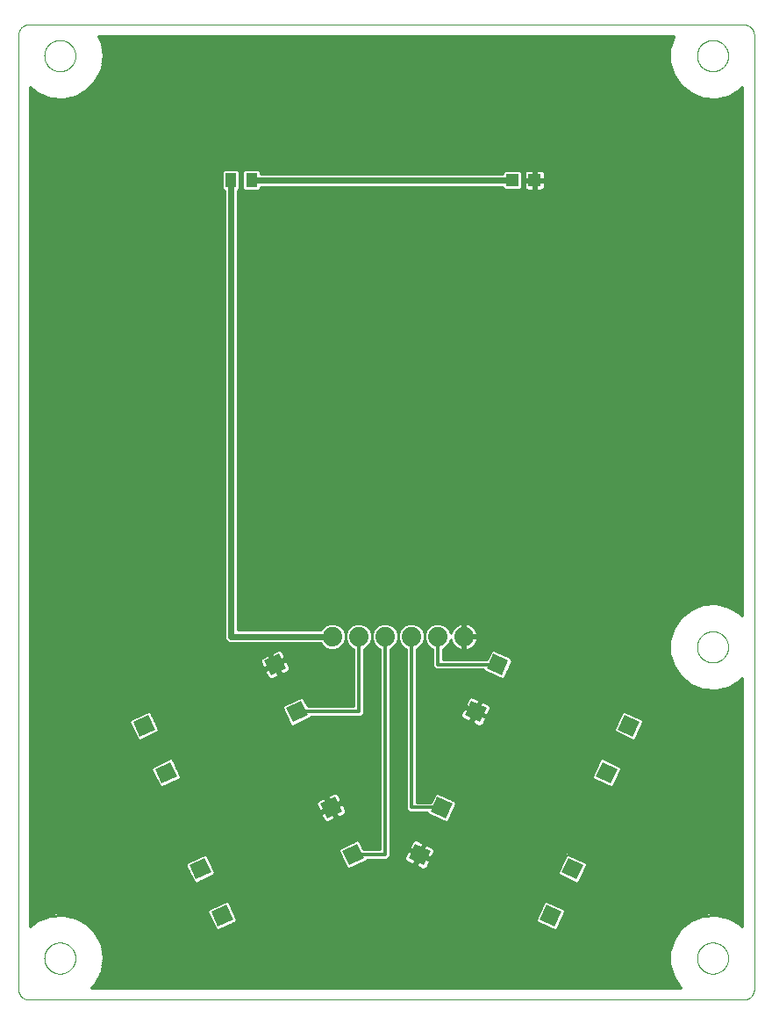
<source format=gbl>
G75*
%MOIN*%
%OFA0B0*%
%FSLAX25Y25*%
%IPPOS*%
%LPD*%
%AMOC8*
5,1,8,0,0,1.08239X$1,22.5*
%
%ADD10C,0.00000*%
%ADD11R,0.06299X0.06102*%
%ADD12C,0.07400*%
%ADD13R,0.04331X0.05512*%
%ADD14R,0.04724X0.04724*%
%ADD15C,0.01000*%
%ADD16C,0.03569*%
%ADD17C,0.02400*%
%ADD18C,0.01200*%
D10*
X0005437Y0002252D02*
X0277091Y0002252D01*
X0277215Y0002254D01*
X0277338Y0002260D01*
X0277462Y0002269D01*
X0277584Y0002283D01*
X0277707Y0002300D01*
X0277829Y0002322D01*
X0277950Y0002347D01*
X0278070Y0002376D01*
X0278189Y0002408D01*
X0278308Y0002445D01*
X0278425Y0002485D01*
X0278540Y0002528D01*
X0278655Y0002576D01*
X0278767Y0002627D01*
X0278878Y0002681D01*
X0278988Y0002739D01*
X0279095Y0002800D01*
X0279201Y0002865D01*
X0279304Y0002933D01*
X0279405Y0003004D01*
X0279504Y0003078D01*
X0279601Y0003155D01*
X0279695Y0003236D01*
X0279786Y0003319D01*
X0279875Y0003405D01*
X0279961Y0003494D01*
X0280044Y0003585D01*
X0280125Y0003679D01*
X0280202Y0003776D01*
X0280276Y0003875D01*
X0280347Y0003976D01*
X0280415Y0004079D01*
X0280480Y0004185D01*
X0280541Y0004292D01*
X0280599Y0004402D01*
X0280653Y0004513D01*
X0280704Y0004625D01*
X0280752Y0004740D01*
X0280795Y0004855D01*
X0280835Y0004972D01*
X0280872Y0005091D01*
X0280904Y0005210D01*
X0280933Y0005330D01*
X0280958Y0005451D01*
X0280980Y0005573D01*
X0280997Y0005696D01*
X0281011Y0005818D01*
X0281020Y0005942D01*
X0281026Y0006065D01*
X0281028Y0006189D01*
X0281028Y0368394D01*
X0281026Y0368518D01*
X0281020Y0368641D01*
X0281011Y0368765D01*
X0280997Y0368887D01*
X0280980Y0369010D01*
X0280958Y0369132D01*
X0280933Y0369253D01*
X0280904Y0369373D01*
X0280872Y0369492D01*
X0280835Y0369611D01*
X0280795Y0369728D01*
X0280752Y0369843D01*
X0280704Y0369958D01*
X0280653Y0370070D01*
X0280599Y0370181D01*
X0280541Y0370291D01*
X0280480Y0370398D01*
X0280415Y0370504D01*
X0280347Y0370607D01*
X0280276Y0370708D01*
X0280202Y0370807D01*
X0280125Y0370904D01*
X0280044Y0370998D01*
X0279961Y0371089D01*
X0279875Y0371178D01*
X0279786Y0371264D01*
X0279695Y0371347D01*
X0279601Y0371428D01*
X0279504Y0371505D01*
X0279405Y0371579D01*
X0279304Y0371650D01*
X0279201Y0371718D01*
X0279095Y0371783D01*
X0278988Y0371844D01*
X0278878Y0371902D01*
X0278767Y0371956D01*
X0278655Y0372007D01*
X0278540Y0372055D01*
X0278425Y0372098D01*
X0278308Y0372138D01*
X0278189Y0372175D01*
X0278070Y0372207D01*
X0277950Y0372236D01*
X0277829Y0372261D01*
X0277707Y0372283D01*
X0277584Y0372300D01*
X0277462Y0372314D01*
X0277338Y0372323D01*
X0277215Y0372329D01*
X0277091Y0372331D01*
X0005437Y0372331D01*
X0005313Y0372329D01*
X0005190Y0372323D01*
X0005066Y0372314D01*
X0004944Y0372300D01*
X0004821Y0372283D01*
X0004699Y0372261D01*
X0004578Y0372236D01*
X0004458Y0372207D01*
X0004339Y0372175D01*
X0004220Y0372138D01*
X0004103Y0372098D01*
X0003988Y0372055D01*
X0003873Y0372007D01*
X0003761Y0371956D01*
X0003650Y0371902D01*
X0003540Y0371844D01*
X0003433Y0371783D01*
X0003327Y0371718D01*
X0003224Y0371650D01*
X0003123Y0371579D01*
X0003024Y0371505D01*
X0002927Y0371428D01*
X0002833Y0371347D01*
X0002742Y0371264D01*
X0002653Y0371178D01*
X0002567Y0371089D01*
X0002484Y0370998D01*
X0002403Y0370904D01*
X0002326Y0370807D01*
X0002252Y0370708D01*
X0002181Y0370607D01*
X0002113Y0370504D01*
X0002048Y0370398D01*
X0001987Y0370291D01*
X0001929Y0370181D01*
X0001875Y0370070D01*
X0001824Y0369958D01*
X0001776Y0369843D01*
X0001733Y0369728D01*
X0001693Y0369611D01*
X0001656Y0369492D01*
X0001624Y0369373D01*
X0001595Y0369253D01*
X0001570Y0369132D01*
X0001548Y0369010D01*
X0001531Y0368887D01*
X0001517Y0368765D01*
X0001508Y0368641D01*
X0001502Y0368518D01*
X0001500Y0368394D01*
X0001500Y0006189D01*
X0001502Y0006065D01*
X0001508Y0005942D01*
X0001517Y0005818D01*
X0001531Y0005696D01*
X0001548Y0005573D01*
X0001570Y0005451D01*
X0001595Y0005330D01*
X0001624Y0005210D01*
X0001656Y0005091D01*
X0001693Y0004972D01*
X0001733Y0004855D01*
X0001776Y0004740D01*
X0001824Y0004625D01*
X0001875Y0004513D01*
X0001929Y0004402D01*
X0001987Y0004292D01*
X0002048Y0004185D01*
X0002113Y0004079D01*
X0002181Y0003976D01*
X0002252Y0003875D01*
X0002326Y0003776D01*
X0002403Y0003679D01*
X0002484Y0003585D01*
X0002567Y0003494D01*
X0002653Y0003405D01*
X0002742Y0003319D01*
X0002833Y0003236D01*
X0002927Y0003155D01*
X0003024Y0003078D01*
X0003123Y0003004D01*
X0003224Y0002933D01*
X0003327Y0002865D01*
X0003433Y0002800D01*
X0003540Y0002739D01*
X0003650Y0002681D01*
X0003761Y0002627D01*
X0003873Y0002576D01*
X0003988Y0002528D01*
X0004103Y0002485D01*
X0004220Y0002445D01*
X0004339Y0002408D01*
X0004458Y0002376D01*
X0004578Y0002347D01*
X0004699Y0002322D01*
X0004821Y0002300D01*
X0004944Y0002283D01*
X0005066Y0002269D01*
X0005190Y0002260D01*
X0005313Y0002254D01*
X0005437Y0002252D01*
X0011342Y0018000D02*
X0011344Y0018153D01*
X0011350Y0018307D01*
X0011360Y0018460D01*
X0011374Y0018612D01*
X0011392Y0018765D01*
X0011414Y0018916D01*
X0011439Y0019067D01*
X0011469Y0019218D01*
X0011503Y0019368D01*
X0011540Y0019516D01*
X0011581Y0019664D01*
X0011626Y0019810D01*
X0011675Y0019956D01*
X0011728Y0020100D01*
X0011784Y0020242D01*
X0011844Y0020383D01*
X0011908Y0020523D01*
X0011975Y0020661D01*
X0012046Y0020797D01*
X0012121Y0020931D01*
X0012198Y0021063D01*
X0012280Y0021193D01*
X0012364Y0021321D01*
X0012452Y0021447D01*
X0012543Y0021570D01*
X0012637Y0021691D01*
X0012735Y0021809D01*
X0012835Y0021925D01*
X0012939Y0022038D01*
X0013045Y0022149D01*
X0013154Y0022257D01*
X0013266Y0022362D01*
X0013380Y0022463D01*
X0013498Y0022562D01*
X0013617Y0022658D01*
X0013739Y0022751D01*
X0013864Y0022840D01*
X0013991Y0022927D01*
X0014120Y0023009D01*
X0014251Y0023089D01*
X0014384Y0023165D01*
X0014519Y0023238D01*
X0014656Y0023307D01*
X0014795Y0023372D01*
X0014935Y0023434D01*
X0015077Y0023492D01*
X0015220Y0023547D01*
X0015365Y0023598D01*
X0015511Y0023645D01*
X0015658Y0023688D01*
X0015806Y0023727D01*
X0015955Y0023763D01*
X0016105Y0023794D01*
X0016256Y0023822D01*
X0016407Y0023846D01*
X0016560Y0023866D01*
X0016712Y0023882D01*
X0016865Y0023894D01*
X0017018Y0023902D01*
X0017171Y0023906D01*
X0017325Y0023906D01*
X0017478Y0023902D01*
X0017631Y0023894D01*
X0017784Y0023882D01*
X0017936Y0023866D01*
X0018089Y0023846D01*
X0018240Y0023822D01*
X0018391Y0023794D01*
X0018541Y0023763D01*
X0018690Y0023727D01*
X0018838Y0023688D01*
X0018985Y0023645D01*
X0019131Y0023598D01*
X0019276Y0023547D01*
X0019419Y0023492D01*
X0019561Y0023434D01*
X0019701Y0023372D01*
X0019840Y0023307D01*
X0019977Y0023238D01*
X0020112Y0023165D01*
X0020245Y0023089D01*
X0020376Y0023009D01*
X0020505Y0022927D01*
X0020632Y0022840D01*
X0020757Y0022751D01*
X0020879Y0022658D01*
X0020998Y0022562D01*
X0021116Y0022463D01*
X0021230Y0022362D01*
X0021342Y0022257D01*
X0021451Y0022149D01*
X0021557Y0022038D01*
X0021661Y0021925D01*
X0021761Y0021809D01*
X0021859Y0021691D01*
X0021953Y0021570D01*
X0022044Y0021447D01*
X0022132Y0021321D01*
X0022216Y0021193D01*
X0022298Y0021063D01*
X0022375Y0020931D01*
X0022450Y0020797D01*
X0022521Y0020661D01*
X0022588Y0020523D01*
X0022652Y0020383D01*
X0022712Y0020242D01*
X0022768Y0020100D01*
X0022821Y0019956D01*
X0022870Y0019810D01*
X0022915Y0019664D01*
X0022956Y0019516D01*
X0022993Y0019368D01*
X0023027Y0019218D01*
X0023057Y0019067D01*
X0023082Y0018916D01*
X0023104Y0018765D01*
X0023122Y0018612D01*
X0023136Y0018460D01*
X0023146Y0018307D01*
X0023152Y0018153D01*
X0023154Y0018000D01*
X0023152Y0017847D01*
X0023146Y0017693D01*
X0023136Y0017540D01*
X0023122Y0017388D01*
X0023104Y0017235D01*
X0023082Y0017084D01*
X0023057Y0016933D01*
X0023027Y0016782D01*
X0022993Y0016632D01*
X0022956Y0016484D01*
X0022915Y0016336D01*
X0022870Y0016190D01*
X0022821Y0016044D01*
X0022768Y0015900D01*
X0022712Y0015758D01*
X0022652Y0015617D01*
X0022588Y0015477D01*
X0022521Y0015339D01*
X0022450Y0015203D01*
X0022375Y0015069D01*
X0022298Y0014937D01*
X0022216Y0014807D01*
X0022132Y0014679D01*
X0022044Y0014553D01*
X0021953Y0014430D01*
X0021859Y0014309D01*
X0021761Y0014191D01*
X0021661Y0014075D01*
X0021557Y0013962D01*
X0021451Y0013851D01*
X0021342Y0013743D01*
X0021230Y0013638D01*
X0021116Y0013537D01*
X0020998Y0013438D01*
X0020879Y0013342D01*
X0020757Y0013249D01*
X0020632Y0013160D01*
X0020505Y0013073D01*
X0020376Y0012991D01*
X0020245Y0012911D01*
X0020112Y0012835D01*
X0019977Y0012762D01*
X0019840Y0012693D01*
X0019701Y0012628D01*
X0019561Y0012566D01*
X0019419Y0012508D01*
X0019276Y0012453D01*
X0019131Y0012402D01*
X0018985Y0012355D01*
X0018838Y0012312D01*
X0018690Y0012273D01*
X0018541Y0012237D01*
X0018391Y0012206D01*
X0018240Y0012178D01*
X0018089Y0012154D01*
X0017936Y0012134D01*
X0017784Y0012118D01*
X0017631Y0012106D01*
X0017478Y0012098D01*
X0017325Y0012094D01*
X0017171Y0012094D01*
X0017018Y0012098D01*
X0016865Y0012106D01*
X0016712Y0012118D01*
X0016560Y0012134D01*
X0016407Y0012154D01*
X0016256Y0012178D01*
X0016105Y0012206D01*
X0015955Y0012237D01*
X0015806Y0012273D01*
X0015658Y0012312D01*
X0015511Y0012355D01*
X0015365Y0012402D01*
X0015220Y0012453D01*
X0015077Y0012508D01*
X0014935Y0012566D01*
X0014795Y0012628D01*
X0014656Y0012693D01*
X0014519Y0012762D01*
X0014384Y0012835D01*
X0014251Y0012911D01*
X0014120Y0012991D01*
X0013991Y0013073D01*
X0013864Y0013160D01*
X0013739Y0013249D01*
X0013617Y0013342D01*
X0013498Y0013438D01*
X0013380Y0013537D01*
X0013266Y0013638D01*
X0013154Y0013743D01*
X0013045Y0013851D01*
X0012939Y0013962D01*
X0012835Y0014075D01*
X0012735Y0014191D01*
X0012637Y0014309D01*
X0012543Y0014430D01*
X0012452Y0014553D01*
X0012364Y0014679D01*
X0012280Y0014807D01*
X0012198Y0014937D01*
X0012121Y0015069D01*
X0012046Y0015203D01*
X0011975Y0015339D01*
X0011908Y0015477D01*
X0011844Y0015617D01*
X0011784Y0015758D01*
X0011728Y0015900D01*
X0011675Y0016044D01*
X0011626Y0016190D01*
X0011581Y0016336D01*
X0011540Y0016484D01*
X0011503Y0016632D01*
X0011469Y0016782D01*
X0011439Y0016933D01*
X0011414Y0017084D01*
X0011392Y0017235D01*
X0011374Y0017388D01*
X0011360Y0017540D01*
X0011350Y0017693D01*
X0011344Y0017847D01*
X0011342Y0018000D01*
X0259374Y0018000D02*
X0259376Y0018153D01*
X0259382Y0018307D01*
X0259392Y0018460D01*
X0259406Y0018612D01*
X0259424Y0018765D01*
X0259446Y0018916D01*
X0259471Y0019067D01*
X0259501Y0019218D01*
X0259535Y0019368D01*
X0259572Y0019516D01*
X0259613Y0019664D01*
X0259658Y0019810D01*
X0259707Y0019956D01*
X0259760Y0020100D01*
X0259816Y0020242D01*
X0259876Y0020383D01*
X0259940Y0020523D01*
X0260007Y0020661D01*
X0260078Y0020797D01*
X0260153Y0020931D01*
X0260230Y0021063D01*
X0260312Y0021193D01*
X0260396Y0021321D01*
X0260484Y0021447D01*
X0260575Y0021570D01*
X0260669Y0021691D01*
X0260767Y0021809D01*
X0260867Y0021925D01*
X0260971Y0022038D01*
X0261077Y0022149D01*
X0261186Y0022257D01*
X0261298Y0022362D01*
X0261412Y0022463D01*
X0261530Y0022562D01*
X0261649Y0022658D01*
X0261771Y0022751D01*
X0261896Y0022840D01*
X0262023Y0022927D01*
X0262152Y0023009D01*
X0262283Y0023089D01*
X0262416Y0023165D01*
X0262551Y0023238D01*
X0262688Y0023307D01*
X0262827Y0023372D01*
X0262967Y0023434D01*
X0263109Y0023492D01*
X0263252Y0023547D01*
X0263397Y0023598D01*
X0263543Y0023645D01*
X0263690Y0023688D01*
X0263838Y0023727D01*
X0263987Y0023763D01*
X0264137Y0023794D01*
X0264288Y0023822D01*
X0264439Y0023846D01*
X0264592Y0023866D01*
X0264744Y0023882D01*
X0264897Y0023894D01*
X0265050Y0023902D01*
X0265203Y0023906D01*
X0265357Y0023906D01*
X0265510Y0023902D01*
X0265663Y0023894D01*
X0265816Y0023882D01*
X0265968Y0023866D01*
X0266121Y0023846D01*
X0266272Y0023822D01*
X0266423Y0023794D01*
X0266573Y0023763D01*
X0266722Y0023727D01*
X0266870Y0023688D01*
X0267017Y0023645D01*
X0267163Y0023598D01*
X0267308Y0023547D01*
X0267451Y0023492D01*
X0267593Y0023434D01*
X0267733Y0023372D01*
X0267872Y0023307D01*
X0268009Y0023238D01*
X0268144Y0023165D01*
X0268277Y0023089D01*
X0268408Y0023009D01*
X0268537Y0022927D01*
X0268664Y0022840D01*
X0268789Y0022751D01*
X0268911Y0022658D01*
X0269030Y0022562D01*
X0269148Y0022463D01*
X0269262Y0022362D01*
X0269374Y0022257D01*
X0269483Y0022149D01*
X0269589Y0022038D01*
X0269693Y0021925D01*
X0269793Y0021809D01*
X0269891Y0021691D01*
X0269985Y0021570D01*
X0270076Y0021447D01*
X0270164Y0021321D01*
X0270248Y0021193D01*
X0270330Y0021063D01*
X0270407Y0020931D01*
X0270482Y0020797D01*
X0270553Y0020661D01*
X0270620Y0020523D01*
X0270684Y0020383D01*
X0270744Y0020242D01*
X0270800Y0020100D01*
X0270853Y0019956D01*
X0270902Y0019810D01*
X0270947Y0019664D01*
X0270988Y0019516D01*
X0271025Y0019368D01*
X0271059Y0019218D01*
X0271089Y0019067D01*
X0271114Y0018916D01*
X0271136Y0018765D01*
X0271154Y0018612D01*
X0271168Y0018460D01*
X0271178Y0018307D01*
X0271184Y0018153D01*
X0271186Y0018000D01*
X0271184Y0017847D01*
X0271178Y0017693D01*
X0271168Y0017540D01*
X0271154Y0017388D01*
X0271136Y0017235D01*
X0271114Y0017084D01*
X0271089Y0016933D01*
X0271059Y0016782D01*
X0271025Y0016632D01*
X0270988Y0016484D01*
X0270947Y0016336D01*
X0270902Y0016190D01*
X0270853Y0016044D01*
X0270800Y0015900D01*
X0270744Y0015758D01*
X0270684Y0015617D01*
X0270620Y0015477D01*
X0270553Y0015339D01*
X0270482Y0015203D01*
X0270407Y0015069D01*
X0270330Y0014937D01*
X0270248Y0014807D01*
X0270164Y0014679D01*
X0270076Y0014553D01*
X0269985Y0014430D01*
X0269891Y0014309D01*
X0269793Y0014191D01*
X0269693Y0014075D01*
X0269589Y0013962D01*
X0269483Y0013851D01*
X0269374Y0013743D01*
X0269262Y0013638D01*
X0269148Y0013537D01*
X0269030Y0013438D01*
X0268911Y0013342D01*
X0268789Y0013249D01*
X0268664Y0013160D01*
X0268537Y0013073D01*
X0268408Y0012991D01*
X0268277Y0012911D01*
X0268144Y0012835D01*
X0268009Y0012762D01*
X0267872Y0012693D01*
X0267733Y0012628D01*
X0267593Y0012566D01*
X0267451Y0012508D01*
X0267308Y0012453D01*
X0267163Y0012402D01*
X0267017Y0012355D01*
X0266870Y0012312D01*
X0266722Y0012273D01*
X0266573Y0012237D01*
X0266423Y0012206D01*
X0266272Y0012178D01*
X0266121Y0012154D01*
X0265968Y0012134D01*
X0265816Y0012118D01*
X0265663Y0012106D01*
X0265510Y0012098D01*
X0265357Y0012094D01*
X0265203Y0012094D01*
X0265050Y0012098D01*
X0264897Y0012106D01*
X0264744Y0012118D01*
X0264592Y0012134D01*
X0264439Y0012154D01*
X0264288Y0012178D01*
X0264137Y0012206D01*
X0263987Y0012237D01*
X0263838Y0012273D01*
X0263690Y0012312D01*
X0263543Y0012355D01*
X0263397Y0012402D01*
X0263252Y0012453D01*
X0263109Y0012508D01*
X0262967Y0012566D01*
X0262827Y0012628D01*
X0262688Y0012693D01*
X0262551Y0012762D01*
X0262416Y0012835D01*
X0262283Y0012911D01*
X0262152Y0012991D01*
X0262023Y0013073D01*
X0261896Y0013160D01*
X0261771Y0013249D01*
X0261649Y0013342D01*
X0261530Y0013438D01*
X0261412Y0013537D01*
X0261298Y0013638D01*
X0261186Y0013743D01*
X0261077Y0013851D01*
X0260971Y0013962D01*
X0260867Y0014075D01*
X0260767Y0014191D01*
X0260669Y0014309D01*
X0260575Y0014430D01*
X0260484Y0014553D01*
X0260396Y0014679D01*
X0260312Y0014807D01*
X0260230Y0014937D01*
X0260153Y0015069D01*
X0260078Y0015203D01*
X0260007Y0015339D01*
X0259940Y0015477D01*
X0259876Y0015617D01*
X0259816Y0015758D01*
X0259760Y0015900D01*
X0259707Y0016044D01*
X0259658Y0016190D01*
X0259613Y0016336D01*
X0259572Y0016484D01*
X0259535Y0016632D01*
X0259501Y0016782D01*
X0259471Y0016933D01*
X0259446Y0017084D01*
X0259424Y0017235D01*
X0259406Y0017388D01*
X0259392Y0017540D01*
X0259382Y0017693D01*
X0259376Y0017847D01*
X0259374Y0018000D01*
X0259374Y0136110D02*
X0259376Y0136263D01*
X0259382Y0136417D01*
X0259392Y0136570D01*
X0259406Y0136722D01*
X0259424Y0136875D01*
X0259446Y0137026D01*
X0259471Y0137177D01*
X0259501Y0137328D01*
X0259535Y0137478D01*
X0259572Y0137626D01*
X0259613Y0137774D01*
X0259658Y0137920D01*
X0259707Y0138066D01*
X0259760Y0138210D01*
X0259816Y0138352D01*
X0259876Y0138493D01*
X0259940Y0138633D01*
X0260007Y0138771D01*
X0260078Y0138907D01*
X0260153Y0139041D01*
X0260230Y0139173D01*
X0260312Y0139303D01*
X0260396Y0139431D01*
X0260484Y0139557D01*
X0260575Y0139680D01*
X0260669Y0139801D01*
X0260767Y0139919D01*
X0260867Y0140035D01*
X0260971Y0140148D01*
X0261077Y0140259D01*
X0261186Y0140367D01*
X0261298Y0140472D01*
X0261412Y0140573D01*
X0261530Y0140672D01*
X0261649Y0140768D01*
X0261771Y0140861D01*
X0261896Y0140950D01*
X0262023Y0141037D01*
X0262152Y0141119D01*
X0262283Y0141199D01*
X0262416Y0141275D01*
X0262551Y0141348D01*
X0262688Y0141417D01*
X0262827Y0141482D01*
X0262967Y0141544D01*
X0263109Y0141602D01*
X0263252Y0141657D01*
X0263397Y0141708D01*
X0263543Y0141755D01*
X0263690Y0141798D01*
X0263838Y0141837D01*
X0263987Y0141873D01*
X0264137Y0141904D01*
X0264288Y0141932D01*
X0264439Y0141956D01*
X0264592Y0141976D01*
X0264744Y0141992D01*
X0264897Y0142004D01*
X0265050Y0142012D01*
X0265203Y0142016D01*
X0265357Y0142016D01*
X0265510Y0142012D01*
X0265663Y0142004D01*
X0265816Y0141992D01*
X0265968Y0141976D01*
X0266121Y0141956D01*
X0266272Y0141932D01*
X0266423Y0141904D01*
X0266573Y0141873D01*
X0266722Y0141837D01*
X0266870Y0141798D01*
X0267017Y0141755D01*
X0267163Y0141708D01*
X0267308Y0141657D01*
X0267451Y0141602D01*
X0267593Y0141544D01*
X0267733Y0141482D01*
X0267872Y0141417D01*
X0268009Y0141348D01*
X0268144Y0141275D01*
X0268277Y0141199D01*
X0268408Y0141119D01*
X0268537Y0141037D01*
X0268664Y0140950D01*
X0268789Y0140861D01*
X0268911Y0140768D01*
X0269030Y0140672D01*
X0269148Y0140573D01*
X0269262Y0140472D01*
X0269374Y0140367D01*
X0269483Y0140259D01*
X0269589Y0140148D01*
X0269693Y0140035D01*
X0269793Y0139919D01*
X0269891Y0139801D01*
X0269985Y0139680D01*
X0270076Y0139557D01*
X0270164Y0139431D01*
X0270248Y0139303D01*
X0270330Y0139173D01*
X0270407Y0139041D01*
X0270482Y0138907D01*
X0270553Y0138771D01*
X0270620Y0138633D01*
X0270684Y0138493D01*
X0270744Y0138352D01*
X0270800Y0138210D01*
X0270853Y0138066D01*
X0270902Y0137920D01*
X0270947Y0137774D01*
X0270988Y0137626D01*
X0271025Y0137478D01*
X0271059Y0137328D01*
X0271089Y0137177D01*
X0271114Y0137026D01*
X0271136Y0136875D01*
X0271154Y0136722D01*
X0271168Y0136570D01*
X0271178Y0136417D01*
X0271184Y0136263D01*
X0271186Y0136110D01*
X0271184Y0135957D01*
X0271178Y0135803D01*
X0271168Y0135650D01*
X0271154Y0135498D01*
X0271136Y0135345D01*
X0271114Y0135194D01*
X0271089Y0135043D01*
X0271059Y0134892D01*
X0271025Y0134742D01*
X0270988Y0134594D01*
X0270947Y0134446D01*
X0270902Y0134300D01*
X0270853Y0134154D01*
X0270800Y0134010D01*
X0270744Y0133868D01*
X0270684Y0133727D01*
X0270620Y0133587D01*
X0270553Y0133449D01*
X0270482Y0133313D01*
X0270407Y0133179D01*
X0270330Y0133047D01*
X0270248Y0132917D01*
X0270164Y0132789D01*
X0270076Y0132663D01*
X0269985Y0132540D01*
X0269891Y0132419D01*
X0269793Y0132301D01*
X0269693Y0132185D01*
X0269589Y0132072D01*
X0269483Y0131961D01*
X0269374Y0131853D01*
X0269262Y0131748D01*
X0269148Y0131647D01*
X0269030Y0131548D01*
X0268911Y0131452D01*
X0268789Y0131359D01*
X0268664Y0131270D01*
X0268537Y0131183D01*
X0268408Y0131101D01*
X0268277Y0131021D01*
X0268144Y0130945D01*
X0268009Y0130872D01*
X0267872Y0130803D01*
X0267733Y0130738D01*
X0267593Y0130676D01*
X0267451Y0130618D01*
X0267308Y0130563D01*
X0267163Y0130512D01*
X0267017Y0130465D01*
X0266870Y0130422D01*
X0266722Y0130383D01*
X0266573Y0130347D01*
X0266423Y0130316D01*
X0266272Y0130288D01*
X0266121Y0130264D01*
X0265968Y0130244D01*
X0265816Y0130228D01*
X0265663Y0130216D01*
X0265510Y0130208D01*
X0265357Y0130204D01*
X0265203Y0130204D01*
X0265050Y0130208D01*
X0264897Y0130216D01*
X0264744Y0130228D01*
X0264592Y0130244D01*
X0264439Y0130264D01*
X0264288Y0130288D01*
X0264137Y0130316D01*
X0263987Y0130347D01*
X0263838Y0130383D01*
X0263690Y0130422D01*
X0263543Y0130465D01*
X0263397Y0130512D01*
X0263252Y0130563D01*
X0263109Y0130618D01*
X0262967Y0130676D01*
X0262827Y0130738D01*
X0262688Y0130803D01*
X0262551Y0130872D01*
X0262416Y0130945D01*
X0262283Y0131021D01*
X0262152Y0131101D01*
X0262023Y0131183D01*
X0261896Y0131270D01*
X0261771Y0131359D01*
X0261649Y0131452D01*
X0261530Y0131548D01*
X0261412Y0131647D01*
X0261298Y0131748D01*
X0261186Y0131853D01*
X0261077Y0131961D01*
X0260971Y0132072D01*
X0260867Y0132185D01*
X0260767Y0132301D01*
X0260669Y0132419D01*
X0260575Y0132540D01*
X0260484Y0132663D01*
X0260396Y0132789D01*
X0260312Y0132917D01*
X0260230Y0133047D01*
X0260153Y0133179D01*
X0260078Y0133313D01*
X0260007Y0133449D01*
X0259940Y0133587D01*
X0259876Y0133727D01*
X0259816Y0133868D01*
X0259760Y0134010D01*
X0259707Y0134154D01*
X0259658Y0134300D01*
X0259613Y0134446D01*
X0259572Y0134594D01*
X0259535Y0134742D01*
X0259501Y0134892D01*
X0259471Y0135043D01*
X0259446Y0135194D01*
X0259424Y0135345D01*
X0259406Y0135498D01*
X0259392Y0135650D01*
X0259382Y0135803D01*
X0259376Y0135957D01*
X0259374Y0136110D01*
X0259374Y0360520D02*
X0259376Y0360673D01*
X0259382Y0360827D01*
X0259392Y0360980D01*
X0259406Y0361132D01*
X0259424Y0361285D01*
X0259446Y0361436D01*
X0259471Y0361587D01*
X0259501Y0361738D01*
X0259535Y0361888D01*
X0259572Y0362036D01*
X0259613Y0362184D01*
X0259658Y0362330D01*
X0259707Y0362476D01*
X0259760Y0362620D01*
X0259816Y0362762D01*
X0259876Y0362903D01*
X0259940Y0363043D01*
X0260007Y0363181D01*
X0260078Y0363317D01*
X0260153Y0363451D01*
X0260230Y0363583D01*
X0260312Y0363713D01*
X0260396Y0363841D01*
X0260484Y0363967D01*
X0260575Y0364090D01*
X0260669Y0364211D01*
X0260767Y0364329D01*
X0260867Y0364445D01*
X0260971Y0364558D01*
X0261077Y0364669D01*
X0261186Y0364777D01*
X0261298Y0364882D01*
X0261412Y0364983D01*
X0261530Y0365082D01*
X0261649Y0365178D01*
X0261771Y0365271D01*
X0261896Y0365360D01*
X0262023Y0365447D01*
X0262152Y0365529D01*
X0262283Y0365609D01*
X0262416Y0365685D01*
X0262551Y0365758D01*
X0262688Y0365827D01*
X0262827Y0365892D01*
X0262967Y0365954D01*
X0263109Y0366012D01*
X0263252Y0366067D01*
X0263397Y0366118D01*
X0263543Y0366165D01*
X0263690Y0366208D01*
X0263838Y0366247D01*
X0263987Y0366283D01*
X0264137Y0366314D01*
X0264288Y0366342D01*
X0264439Y0366366D01*
X0264592Y0366386D01*
X0264744Y0366402D01*
X0264897Y0366414D01*
X0265050Y0366422D01*
X0265203Y0366426D01*
X0265357Y0366426D01*
X0265510Y0366422D01*
X0265663Y0366414D01*
X0265816Y0366402D01*
X0265968Y0366386D01*
X0266121Y0366366D01*
X0266272Y0366342D01*
X0266423Y0366314D01*
X0266573Y0366283D01*
X0266722Y0366247D01*
X0266870Y0366208D01*
X0267017Y0366165D01*
X0267163Y0366118D01*
X0267308Y0366067D01*
X0267451Y0366012D01*
X0267593Y0365954D01*
X0267733Y0365892D01*
X0267872Y0365827D01*
X0268009Y0365758D01*
X0268144Y0365685D01*
X0268277Y0365609D01*
X0268408Y0365529D01*
X0268537Y0365447D01*
X0268664Y0365360D01*
X0268789Y0365271D01*
X0268911Y0365178D01*
X0269030Y0365082D01*
X0269148Y0364983D01*
X0269262Y0364882D01*
X0269374Y0364777D01*
X0269483Y0364669D01*
X0269589Y0364558D01*
X0269693Y0364445D01*
X0269793Y0364329D01*
X0269891Y0364211D01*
X0269985Y0364090D01*
X0270076Y0363967D01*
X0270164Y0363841D01*
X0270248Y0363713D01*
X0270330Y0363583D01*
X0270407Y0363451D01*
X0270482Y0363317D01*
X0270553Y0363181D01*
X0270620Y0363043D01*
X0270684Y0362903D01*
X0270744Y0362762D01*
X0270800Y0362620D01*
X0270853Y0362476D01*
X0270902Y0362330D01*
X0270947Y0362184D01*
X0270988Y0362036D01*
X0271025Y0361888D01*
X0271059Y0361738D01*
X0271089Y0361587D01*
X0271114Y0361436D01*
X0271136Y0361285D01*
X0271154Y0361132D01*
X0271168Y0360980D01*
X0271178Y0360827D01*
X0271184Y0360673D01*
X0271186Y0360520D01*
X0271184Y0360367D01*
X0271178Y0360213D01*
X0271168Y0360060D01*
X0271154Y0359908D01*
X0271136Y0359755D01*
X0271114Y0359604D01*
X0271089Y0359453D01*
X0271059Y0359302D01*
X0271025Y0359152D01*
X0270988Y0359004D01*
X0270947Y0358856D01*
X0270902Y0358710D01*
X0270853Y0358564D01*
X0270800Y0358420D01*
X0270744Y0358278D01*
X0270684Y0358137D01*
X0270620Y0357997D01*
X0270553Y0357859D01*
X0270482Y0357723D01*
X0270407Y0357589D01*
X0270330Y0357457D01*
X0270248Y0357327D01*
X0270164Y0357199D01*
X0270076Y0357073D01*
X0269985Y0356950D01*
X0269891Y0356829D01*
X0269793Y0356711D01*
X0269693Y0356595D01*
X0269589Y0356482D01*
X0269483Y0356371D01*
X0269374Y0356263D01*
X0269262Y0356158D01*
X0269148Y0356057D01*
X0269030Y0355958D01*
X0268911Y0355862D01*
X0268789Y0355769D01*
X0268664Y0355680D01*
X0268537Y0355593D01*
X0268408Y0355511D01*
X0268277Y0355431D01*
X0268144Y0355355D01*
X0268009Y0355282D01*
X0267872Y0355213D01*
X0267733Y0355148D01*
X0267593Y0355086D01*
X0267451Y0355028D01*
X0267308Y0354973D01*
X0267163Y0354922D01*
X0267017Y0354875D01*
X0266870Y0354832D01*
X0266722Y0354793D01*
X0266573Y0354757D01*
X0266423Y0354726D01*
X0266272Y0354698D01*
X0266121Y0354674D01*
X0265968Y0354654D01*
X0265816Y0354638D01*
X0265663Y0354626D01*
X0265510Y0354618D01*
X0265357Y0354614D01*
X0265203Y0354614D01*
X0265050Y0354618D01*
X0264897Y0354626D01*
X0264744Y0354638D01*
X0264592Y0354654D01*
X0264439Y0354674D01*
X0264288Y0354698D01*
X0264137Y0354726D01*
X0263987Y0354757D01*
X0263838Y0354793D01*
X0263690Y0354832D01*
X0263543Y0354875D01*
X0263397Y0354922D01*
X0263252Y0354973D01*
X0263109Y0355028D01*
X0262967Y0355086D01*
X0262827Y0355148D01*
X0262688Y0355213D01*
X0262551Y0355282D01*
X0262416Y0355355D01*
X0262283Y0355431D01*
X0262152Y0355511D01*
X0262023Y0355593D01*
X0261896Y0355680D01*
X0261771Y0355769D01*
X0261649Y0355862D01*
X0261530Y0355958D01*
X0261412Y0356057D01*
X0261298Y0356158D01*
X0261186Y0356263D01*
X0261077Y0356371D01*
X0260971Y0356482D01*
X0260867Y0356595D01*
X0260767Y0356711D01*
X0260669Y0356829D01*
X0260575Y0356950D01*
X0260484Y0357073D01*
X0260396Y0357199D01*
X0260312Y0357327D01*
X0260230Y0357457D01*
X0260153Y0357589D01*
X0260078Y0357723D01*
X0260007Y0357859D01*
X0259940Y0357997D01*
X0259876Y0358137D01*
X0259816Y0358278D01*
X0259760Y0358420D01*
X0259707Y0358564D01*
X0259658Y0358710D01*
X0259613Y0358856D01*
X0259572Y0359004D01*
X0259535Y0359152D01*
X0259501Y0359302D01*
X0259471Y0359453D01*
X0259446Y0359604D01*
X0259424Y0359755D01*
X0259406Y0359908D01*
X0259392Y0360060D01*
X0259382Y0360213D01*
X0259376Y0360367D01*
X0259374Y0360520D01*
X0011342Y0360520D02*
X0011344Y0360673D01*
X0011350Y0360827D01*
X0011360Y0360980D01*
X0011374Y0361132D01*
X0011392Y0361285D01*
X0011414Y0361436D01*
X0011439Y0361587D01*
X0011469Y0361738D01*
X0011503Y0361888D01*
X0011540Y0362036D01*
X0011581Y0362184D01*
X0011626Y0362330D01*
X0011675Y0362476D01*
X0011728Y0362620D01*
X0011784Y0362762D01*
X0011844Y0362903D01*
X0011908Y0363043D01*
X0011975Y0363181D01*
X0012046Y0363317D01*
X0012121Y0363451D01*
X0012198Y0363583D01*
X0012280Y0363713D01*
X0012364Y0363841D01*
X0012452Y0363967D01*
X0012543Y0364090D01*
X0012637Y0364211D01*
X0012735Y0364329D01*
X0012835Y0364445D01*
X0012939Y0364558D01*
X0013045Y0364669D01*
X0013154Y0364777D01*
X0013266Y0364882D01*
X0013380Y0364983D01*
X0013498Y0365082D01*
X0013617Y0365178D01*
X0013739Y0365271D01*
X0013864Y0365360D01*
X0013991Y0365447D01*
X0014120Y0365529D01*
X0014251Y0365609D01*
X0014384Y0365685D01*
X0014519Y0365758D01*
X0014656Y0365827D01*
X0014795Y0365892D01*
X0014935Y0365954D01*
X0015077Y0366012D01*
X0015220Y0366067D01*
X0015365Y0366118D01*
X0015511Y0366165D01*
X0015658Y0366208D01*
X0015806Y0366247D01*
X0015955Y0366283D01*
X0016105Y0366314D01*
X0016256Y0366342D01*
X0016407Y0366366D01*
X0016560Y0366386D01*
X0016712Y0366402D01*
X0016865Y0366414D01*
X0017018Y0366422D01*
X0017171Y0366426D01*
X0017325Y0366426D01*
X0017478Y0366422D01*
X0017631Y0366414D01*
X0017784Y0366402D01*
X0017936Y0366386D01*
X0018089Y0366366D01*
X0018240Y0366342D01*
X0018391Y0366314D01*
X0018541Y0366283D01*
X0018690Y0366247D01*
X0018838Y0366208D01*
X0018985Y0366165D01*
X0019131Y0366118D01*
X0019276Y0366067D01*
X0019419Y0366012D01*
X0019561Y0365954D01*
X0019701Y0365892D01*
X0019840Y0365827D01*
X0019977Y0365758D01*
X0020112Y0365685D01*
X0020245Y0365609D01*
X0020376Y0365529D01*
X0020505Y0365447D01*
X0020632Y0365360D01*
X0020757Y0365271D01*
X0020879Y0365178D01*
X0020998Y0365082D01*
X0021116Y0364983D01*
X0021230Y0364882D01*
X0021342Y0364777D01*
X0021451Y0364669D01*
X0021557Y0364558D01*
X0021661Y0364445D01*
X0021761Y0364329D01*
X0021859Y0364211D01*
X0021953Y0364090D01*
X0022044Y0363967D01*
X0022132Y0363841D01*
X0022216Y0363713D01*
X0022298Y0363583D01*
X0022375Y0363451D01*
X0022450Y0363317D01*
X0022521Y0363181D01*
X0022588Y0363043D01*
X0022652Y0362903D01*
X0022712Y0362762D01*
X0022768Y0362620D01*
X0022821Y0362476D01*
X0022870Y0362330D01*
X0022915Y0362184D01*
X0022956Y0362036D01*
X0022993Y0361888D01*
X0023027Y0361738D01*
X0023057Y0361587D01*
X0023082Y0361436D01*
X0023104Y0361285D01*
X0023122Y0361132D01*
X0023136Y0360980D01*
X0023146Y0360827D01*
X0023152Y0360673D01*
X0023154Y0360520D01*
X0023152Y0360367D01*
X0023146Y0360213D01*
X0023136Y0360060D01*
X0023122Y0359908D01*
X0023104Y0359755D01*
X0023082Y0359604D01*
X0023057Y0359453D01*
X0023027Y0359302D01*
X0022993Y0359152D01*
X0022956Y0359004D01*
X0022915Y0358856D01*
X0022870Y0358710D01*
X0022821Y0358564D01*
X0022768Y0358420D01*
X0022712Y0358278D01*
X0022652Y0358137D01*
X0022588Y0357997D01*
X0022521Y0357859D01*
X0022450Y0357723D01*
X0022375Y0357589D01*
X0022298Y0357457D01*
X0022216Y0357327D01*
X0022132Y0357199D01*
X0022044Y0357073D01*
X0021953Y0356950D01*
X0021859Y0356829D01*
X0021761Y0356711D01*
X0021661Y0356595D01*
X0021557Y0356482D01*
X0021451Y0356371D01*
X0021342Y0356263D01*
X0021230Y0356158D01*
X0021116Y0356057D01*
X0020998Y0355958D01*
X0020879Y0355862D01*
X0020757Y0355769D01*
X0020632Y0355680D01*
X0020505Y0355593D01*
X0020376Y0355511D01*
X0020245Y0355431D01*
X0020112Y0355355D01*
X0019977Y0355282D01*
X0019840Y0355213D01*
X0019701Y0355148D01*
X0019561Y0355086D01*
X0019419Y0355028D01*
X0019276Y0354973D01*
X0019131Y0354922D01*
X0018985Y0354875D01*
X0018838Y0354832D01*
X0018690Y0354793D01*
X0018541Y0354757D01*
X0018391Y0354726D01*
X0018240Y0354698D01*
X0018089Y0354674D01*
X0017936Y0354654D01*
X0017784Y0354638D01*
X0017631Y0354626D01*
X0017478Y0354618D01*
X0017325Y0354614D01*
X0017171Y0354614D01*
X0017018Y0354618D01*
X0016865Y0354626D01*
X0016712Y0354638D01*
X0016560Y0354654D01*
X0016407Y0354674D01*
X0016256Y0354698D01*
X0016105Y0354726D01*
X0015955Y0354757D01*
X0015806Y0354793D01*
X0015658Y0354832D01*
X0015511Y0354875D01*
X0015365Y0354922D01*
X0015220Y0354973D01*
X0015077Y0355028D01*
X0014935Y0355086D01*
X0014795Y0355148D01*
X0014656Y0355213D01*
X0014519Y0355282D01*
X0014384Y0355355D01*
X0014251Y0355431D01*
X0014120Y0355511D01*
X0013991Y0355593D01*
X0013864Y0355680D01*
X0013739Y0355769D01*
X0013617Y0355862D01*
X0013498Y0355958D01*
X0013380Y0356057D01*
X0013266Y0356158D01*
X0013154Y0356263D01*
X0013045Y0356371D01*
X0012939Y0356482D01*
X0012835Y0356595D01*
X0012735Y0356711D01*
X0012637Y0356829D01*
X0012543Y0356950D01*
X0012452Y0357073D01*
X0012364Y0357199D01*
X0012280Y0357327D01*
X0012198Y0357457D01*
X0012121Y0357589D01*
X0012046Y0357723D01*
X0011975Y0357859D01*
X0011908Y0357997D01*
X0011844Y0358137D01*
X0011784Y0358278D01*
X0011728Y0358420D01*
X0011675Y0358564D01*
X0011626Y0358710D01*
X0011581Y0358856D01*
X0011540Y0359004D01*
X0011503Y0359152D01*
X0011469Y0359302D01*
X0011439Y0359453D01*
X0011414Y0359604D01*
X0011392Y0359755D01*
X0011374Y0359908D01*
X0011360Y0360060D01*
X0011350Y0360213D01*
X0011344Y0360367D01*
X0011342Y0360520D01*
D11*
G36*
X0103143Y0128012D02*
X0097436Y0125351D01*
X0094857Y0130880D01*
X0100564Y0133541D01*
X0103143Y0128012D01*
G37*
G36*
X0111462Y0110171D02*
X0105755Y0107510D01*
X0103176Y0113039D01*
X0108883Y0115700D01*
X0111462Y0110171D01*
G37*
G36*
X0124468Y0073752D02*
X0118761Y0071091D01*
X0116182Y0076620D01*
X0121889Y0079281D01*
X0124468Y0073752D01*
G37*
G36*
X0132787Y0055911D02*
X0127080Y0053250D01*
X0124501Y0058779D01*
X0130208Y0061440D01*
X0132787Y0055911D01*
G37*
G36*
X0152319Y0061440D02*
X0158026Y0058779D01*
X0155447Y0053250D01*
X0149740Y0055911D01*
X0152319Y0061440D01*
G37*
G36*
X0160638Y0079281D02*
X0166345Y0076620D01*
X0163766Y0071091D01*
X0158059Y0073752D01*
X0160638Y0079281D01*
G37*
G36*
X0173645Y0115700D02*
X0179352Y0113039D01*
X0176773Y0107510D01*
X0171066Y0110171D01*
X0173645Y0115700D01*
G37*
G36*
X0181964Y0133541D02*
X0187671Y0130880D01*
X0185092Y0125351D01*
X0179385Y0128012D01*
X0181964Y0133541D01*
G37*
G36*
X0223420Y0092489D02*
X0229127Y0089828D01*
X0226548Y0084299D01*
X0220841Y0086960D01*
X0223420Y0092489D01*
G37*
G36*
X0231739Y0110330D02*
X0237446Y0107669D01*
X0234867Y0102140D01*
X0229160Y0104801D01*
X0231739Y0110330D01*
G37*
G36*
X0210414Y0056070D02*
X0216121Y0053409D01*
X0213542Y0047880D01*
X0207835Y0050541D01*
X0210414Y0056070D01*
G37*
G36*
X0202095Y0038229D02*
X0207802Y0035568D01*
X0205223Y0030039D01*
X0199516Y0032700D01*
X0202095Y0038229D01*
G37*
G36*
X0083012Y0032700D02*
X0077305Y0030039D01*
X0074726Y0035568D01*
X0080433Y0038229D01*
X0083012Y0032700D01*
G37*
G36*
X0074693Y0050541D02*
X0068986Y0047880D01*
X0066407Y0053409D01*
X0072114Y0056070D01*
X0074693Y0050541D01*
G37*
G36*
X0061687Y0086960D02*
X0055980Y0084299D01*
X0053401Y0089828D01*
X0059108Y0092489D01*
X0061687Y0086960D01*
G37*
G36*
X0053367Y0104801D02*
X0047660Y0102140D01*
X0045081Y0107669D01*
X0050788Y0110330D01*
X0053367Y0104801D01*
G37*
D12*
X0120791Y0140047D03*
X0130791Y0140047D03*
X0140791Y0140047D03*
X0150791Y0140047D03*
X0160791Y0140047D03*
X0170791Y0140047D03*
D13*
X0090083Y0313276D03*
X0082209Y0313276D03*
D14*
X0189295Y0313276D03*
X0197563Y0313276D03*
D15*
X0198063Y0312789D02*
X0276528Y0312789D01*
X0276528Y0313788D02*
X0201425Y0313788D01*
X0201425Y0313776D02*
X0201425Y0315835D01*
X0201323Y0316217D01*
X0201125Y0316559D01*
X0200846Y0316838D01*
X0200504Y0317036D01*
X0200123Y0317138D01*
X0198063Y0317138D01*
X0198063Y0313776D01*
X0197063Y0313776D01*
X0197063Y0317138D01*
X0195003Y0317138D01*
X0194622Y0317036D01*
X0194280Y0316838D01*
X0194000Y0316559D01*
X0193803Y0316217D01*
X0193701Y0315835D01*
X0193701Y0313776D01*
X0197063Y0313776D01*
X0197063Y0312776D01*
X0193701Y0312776D01*
X0193701Y0310716D01*
X0193803Y0310334D01*
X0194000Y0309992D01*
X0194280Y0309713D01*
X0194622Y0309516D01*
X0195003Y0309413D01*
X0197063Y0309413D01*
X0197063Y0312776D01*
X0198063Y0312776D01*
X0198063Y0313776D01*
X0201425Y0313776D01*
X0201425Y0312776D02*
X0198063Y0312776D01*
X0198063Y0309413D01*
X0200123Y0309413D01*
X0200504Y0309516D01*
X0200846Y0309713D01*
X0201125Y0309992D01*
X0201323Y0310334D01*
X0201425Y0310716D01*
X0201425Y0312776D01*
X0201425Y0311790D02*
X0276528Y0311790D01*
X0276528Y0310792D02*
X0201425Y0310792D01*
X0200927Y0309793D02*
X0276528Y0309793D01*
X0276528Y0308795D02*
X0084709Y0308795D01*
X0084709Y0309220D02*
X0084912Y0309220D01*
X0085674Y0309981D01*
X0085674Y0316570D01*
X0084912Y0317331D01*
X0079505Y0317331D01*
X0078743Y0316570D01*
X0078743Y0309981D01*
X0079505Y0309220D01*
X0079709Y0309220D01*
X0079709Y0139550D01*
X0080089Y0138631D01*
X0080793Y0137928D01*
X0081711Y0137547D01*
X0116415Y0137547D01*
X0116553Y0137215D01*
X0117959Y0135808D01*
X0119797Y0135047D01*
X0121786Y0135047D01*
X0123624Y0135808D01*
X0125030Y0137215D01*
X0125791Y0139053D01*
X0125791Y0141042D01*
X0125030Y0142880D01*
X0123624Y0144286D01*
X0121786Y0145047D01*
X0119797Y0145047D01*
X0117959Y0144286D01*
X0116553Y0142880D01*
X0116415Y0142547D01*
X0084709Y0142547D01*
X0084709Y0309220D01*
X0085486Y0309793D02*
X0086805Y0309793D01*
X0086617Y0309981D02*
X0087379Y0309220D01*
X0092787Y0309220D01*
X0093548Y0309981D01*
X0093548Y0310776D01*
X0185633Y0310776D01*
X0185633Y0310375D01*
X0186395Y0309613D01*
X0192196Y0309613D01*
X0192957Y0310375D01*
X0192957Y0316176D01*
X0192196Y0316938D01*
X0186395Y0316938D01*
X0185633Y0316176D01*
X0185633Y0315776D01*
X0093548Y0315776D01*
X0093548Y0316570D01*
X0092787Y0317331D01*
X0087379Y0317331D01*
X0086617Y0316570D01*
X0086617Y0309981D01*
X0086617Y0310792D02*
X0085674Y0310792D01*
X0085674Y0311790D02*
X0086617Y0311790D01*
X0086617Y0312789D02*
X0085674Y0312789D01*
X0085674Y0313788D02*
X0086617Y0313788D01*
X0086617Y0314786D02*
X0085674Y0314786D01*
X0085674Y0315785D02*
X0086617Y0315785D01*
X0086830Y0316783D02*
X0085461Y0316783D01*
X0084709Y0307796D02*
X0276528Y0307796D01*
X0276528Y0306798D02*
X0084709Y0306798D01*
X0084709Y0305799D02*
X0276528Y0305799D01*
X0276528Y0304801D02*
X0084709Y0304801D01*
X0084709Y0303802D02*
X0276528Y0303802D01*
X0276528Y0302804D02*
X0084709Y0302804D01*
X0084709Y0301805D02*
X0276528Y0301805D01*
X0276528Y0300807D02*
X0084709Y0300807D01*
X0084709Y0299808D02*
X0276528Y0299808D01*
X0276528Y0298810D02*
X0084709Y0298810D01*
X0084709Y0297811D02*
X0276528Y0297811D01*
X0276528Y0296813D02*
X0084709Y0296813D01*
X0084709Y0295814D02*
X0276528Y0295814D01*
X0276528Y0294816D02*
X0084709Y0294816D01*
X0084709Y0293817D02*
X0276528Y0293817D01*
X0276528Y0292819D02*
X0084709Y0292819D01*
X0084709Y0291820D02*
X0276528Y0291820D01*
X0276528Y0290822D02*
X0084709Y0290822D01*
X0084709Y0289823D02*
X0276528Y0289823D01*
X0276528Y0288825D02*
X0084709Y0288825D01*
X0084709Y0287826D02*
X0276528Y0287826D01*
X0276528Y0286828D02*
X0084709Y0286828D01*
X0084709Y0285829D02*
X0276528Y0285829D01*
X0276528Y0284831D02*
X0084709Y0284831D01*
X0084709Y0283832D02*
X0276528Y0283832D01*
X0276528Y0282834D02*
X0084709Y0282834D01*
X0084709Y0281835D02*
X0276528Y0281835D01*
X0276528Y0280837D02*
X0084709Y0280837D01*
X0084709Y0279838D02*
X0276528Y0279838D01*
X0276528Y0278840D02*
X0084709Y0278840D01*
X0084709Y0277841D02*
X0276528Y0277841D01*
X0276528Y0276843D02*
X0084709Y0276843D01*
X0084709Y0275844D02*
X0276528Y0275844D01*
X0276528Y0274846D02*
X0084709Y0274846D01*
X0084709Y0273847D02*
X0276528Y0273847D01*
X0276528Y0272849D02*
X0084709Y0272849D01*
X0084709Y0271850D02*
X0276528Y0271850D01*
X0276528Y0270852D02*
X0084709Y0270852D01*
X0084709Y0269853D02*
X0276528Y0269853D01*
X0276528Y0268854D02*
X0084709Y0268854D01*
X0084709Y0267856D02*
X0276528Y0267856D01*
X0276528Y0266857D02*
X0084709Y0266857D01*
X0084709Y0265859D02*
X0276528Y0265859D01*
X0276528Y0264860D02*
X0084709Y0264860D01*
X0084709Y0263862D02*
X0276528Y0263862D01*
X0276528Y0262863D02*
X0084709Y0262863D01*
X0084709Y0261865D02*
X0276528Y0261865D01*
X0276528Y0260866D02*
X0084709Y0260866D01*
X0084709Y0259868D02*
X0276528Y0259868D01*
X0276528Y0258869D02*
X0084709Y0258869D01*
X0084709Y0257871D02*
X0276528Y0257871D01*
X0276528Y0256872D02*
X0084709Y0256872D01*
X0084709Y0255874D02*
X0276528Y0255874D01*
X0276528Y0254875D02*
X0084709Y0254875D01*
X0084709Y0253877D02*
X0276528Y0253877D01*
X0276528Y0252878D02*
X0084709Y0252878D01*
X0084709Y0251880D02*
X0276528Y0251880D01*
X0276528Y0250881D02*
X0084709Y0250881D01*
X0084709Y0249883D02*
X0276528Y0249883D01*
X0276528Y0248884D02*
X0084709Y0248884D01*
X0084709Y0247886D02*
X0276528Y0247886D01*
X0276528Y0246887D02*
X0084709Y0246887D01*
X0084709Y0245889D02*
X0276528Y0245889D01*
X0276528Y0244890D02*
X0084709Y0244890D01*
X0084709Y0243892D02*
X0276528Y0243892D01*
X0276528Y0242893D02*
X0084709Y0242893D01*
X0084709Y0241895D02*
X0276528Y0241895D01*
X0276528Y0240896D02*
X0084709Y0240896D01*
X0084709Y0239898D02*
X0276528Y0239898D01*
X0276528Y0238899D02*
X0084709Y0238899D01*
X0084709Y0237901D02*
X0276528Y0237901D01*
X0276528Y0236902D02*
X0084709Y0236902D01*
X0084709Y0235904D02*
X0276528Y0235904D01*
X0276528Y0234905D02*
X0084709Y0234905D01*
X0084709Y0233907D02*
X0276528Y0233907D01*
X0276528Y0232908D02*
X0084709Y0232908D01*
X0084709Y0231910D02*
X0276528Y0231910D01*
X0276528Y0230911D02*
X0084709Y0230911D01*
X0084709Y0229913D02*
X0276528Y0229913D01*
X0276528Y0228914D02*
X0084709Y0228914D01*
X0084709Y0227916D02*
X0276528Y0227916D01*
X0276528Y0226917D02*
X0084709Y0226917D01*
X0084709Y0225919D02*
X0276528Y0225919D01*
X0276528Y0224920D02*
X0084709Y0224920D01*
X0084709Y0223921D02*
X0276528Y0223921D01*
X0276528Y0222923D02*
X0084709Y0222923D01*
X0084709Y0221924D02*
X0276528Y0221924D01*
X0276528Y0220926D02*
X0084709Y0220926D01*
X0084709Y0219927D02*
X0276528Y0219927D01*
X0276528Y0218929D02*
X0084709Y0218929D01*
X0084709Y0217930D02*
X0276528Y0217930D01*
X0276528Y0216932D02*
X0084709Y0216932D01*
X0084709Y0215933D02*
X0276528Y0215933D01*
X0276528Y0214935D02*
X0084709Y0214935D01*
X0084709Y0213936D02*
X0276528Y0213936D01*
X0276528Y0212938D02*
X0084709Y0212938D01*
X0084709Y0211939D02*
X0276528Y0211939D01*
X0276528Y0210941D02*
X0084709Y0210941D01*
X0084709Y0209942D02*
X0276528Y0209942D01*
X0276528Y0208944D02*
X0084709Y0208944D01*
X0084709Y0207945D02*
X0276528Y0207945D01*
X0276528Y0206947D02*
X0084709Y0206947D01*
X0084709Y0205948D02*
X0276528Y0205948D01*
X0276528Y0204950D02*
X0084709Y0204950D01*
X0084709Y0203951D02*
X0276528Y0203951D01*
X0276528Y0202953D02*
X0084709Y0202953D01*
X0084709Y0201954D02*
X0276528Y0201954D01*
X0276528Y0200956D02*
X0084709Y0200956D01*
X0084709Y0199957D02*
X0276528Y0199957D01*
X0276528Y0198959D02*
X0084709Y0198959D01*
X0084709Y0197960D02*
X0276528Y0197960D01*
X0276528Y0196962D02*
X0084709Y0196962D01*
X0084709Y0195963D02*
X0276528Y0195963D01*
X0276528Y0194965D02*
X0084709Y0194965D01*
X0084709Y0193966D02*
X0276528Y0193966D01*
X0276528Y0192968D02*
X0084709Y0192968D01*
X0084709Y0191969D02*
X0276528Y0191969D01*
X0276528Y0190971D02*
X0084709Y0190971D01*
X0084709Y0189972D02*
X0276528Y0189972D01*
X0276528Y0188974D02*
X0084709Y0188974D01*
X0084709Y0187975D02*
X0276528Y0187975D01*
X0276528Y0186977D02*
X0084709Y0186977D01*
X0084709Y0185978D02*
X0276528Y0185978D01*
X0276528Y0184980D02*
X0084709Y0184980D01*
X0084709Y0183981D02*
X0276528Y0183981D01*
X0276528Y0182983D02*
X0084709Y0182983D01*
X0084709Y0181984D02*
X0276528Y0181984D01*
X0276528Y0180985D02*
X0084709Y0180985D01*
X0084709Y0179987D02*
X0276528Y0179987D01*
X0276528Y0178988D02*
X0084709Y0178988D01*
X0084709Y0177990D02*
X0276528Y0177990D01*
X0276528Y0176991D02*
X0084709Y0176991D01*
X0084709Y0175993D02*
X0276528Y0175993D01*
X0276528Y0174994D02*
X0084709Y0174994D01*
X0084709Y0173996D02*
X0276528Y0173996D01*
X0276528Y0172997D02*
X0084709Y0172997D01*
X0084709Y0171999D02*
X0276528Y0171999D01*
X0276528Y0171000D02*
X0084709Y0171000D01*
X0084709Y0170002D02*
X0276528Y0170002D01*
X0276528Y0169003D02*
X0084709Y0169003D01*
X0084709Y0168005D02*
X0276528Y0168005D01*
X0276528Y0167006D02*
X0084709Y0167006D01*
X0084709Y0166008D02*
X0276528Y0166008D01*
X0276528Y0165009D02*
X0084709Y0165009D01*
X0084709Y0164011D02*
X0276528Y0164011D01*
X0276528Y0163012D02*
X0084709Y0163012D01*
X0084709Y0162014D02*
X0276528Y0162014D01*
X0276528Y0161015D02*
X0084709Y0161015D01*
X0084709Y0160017D02*
X0276528Y0160017D01*
X0276528Y0159018D02*
X0084709Y0159018D01*
X0084709Y0158020D02*
X0276528Y0158020D01*
X0276528Y0157021D02*
X0084709Y0157021D01*
X0084709Y0156023D02*
X0276528Y0156023D01*
X0276528Y0155024D02*
X0084709Y0155024D01*
X0084709Y0154026D02*
X0276528Y0154026D01*
X0276528Y0153027D02*
X0084709Y0153027D01*
X0084709Y0152029D02*
X0261180Y0152029D01*
X0261608Y0152197D02*
X0257030Y0150400D01*
X0257030Y0150400D01*
X0253184Y0147333D01*
X0250414Y0143269D01*
X0248964Y0138569D01*
X0248964Y0133651D01*
X0250414Y0128951D01*
X0253184Y0124887D01*
X0253184Y0124887D01*
X0253184Y0124887D01*
X0257030Y0121821D01*
X0261608Y0120024D01*
X0266513Y0119656D01*
X0271308Y0120751D01*
X0275567Y0123210D01*
X0275567Y0123210D01*
X0276528Y0124245D01*
X0276528Y0029865D01*
X0275567Y0030900D01*
X0271308Y0033359D01*
X0271308Y0033359D01*
X0266513Y0034454D01*
X0261608Y0034086D01*
X0257030Y0032289D01*
X0253184Y0029223D01*
X0250414Y0025159D01*
X0248964Y0020459D01*
X0248964Y0015541D01*
X0250414Y0010841D01*
X0253184Y0006777D01*
X0253216Y0006752D01*
X0029069Y0006752D01*
X0030881Y0008705D01*
X0033015Y0013137D01*
X0033748Y0018000D01*
X0033748Y0018000D01*
X0033015Y0022863D01*
X0033015Y0022863D01*
X0030881Y0027295D01*
X0027536Y0030900D01*
X0027536Y0030900D01*
X0023276Y0033359D01*
X0018481Y0034454D01*
X0013576Y0034086D01*
X0008998Y0032289D01*
X0006000Y0029899D01*
X0006000Y0348621D01*
X0008998Y0346230D01*
X0013576Y0344433D01*
X0018481Y0344066D01*
X0018481Y0344066D01*
X0023276Y0345160D01*
X0027536Y0347619D01*
X0030881Y0351225D01*
X0033015Y0355656D01*
X0033015Y0355656D01*
X0033748Y0360520D01*
X0033015Y0365383D01*
X0033015Y0365383D01*
X0031836Y0367831D01*
X0250517Y0367831D01*
X0250414Y0367679D01*
X0250414Y0367679D01*
X0248964Y0362979D01*
X0248964Y0358060D01*
X0250414Y0353361D01*
X0250414Y0353361D01*
X0253184Y0349297D01*
X0253184Y0349297D01*
X0257030Y0346230D01*
X0261608Y0344433D01*
X0266513Y0344066D01*
X0271308Y0345160D01*
X0275567Y0347619D01*
X0276528Y0348655D01*
X0276528Y0147975D01*
X0275567Y0149010D01*
X0271308Y0151470D01*
X0266513Y0152564D01*
X0266513Y0152564D01*
X0261608Y0152197D01*
X0261608Y0152197D01*
X0258636Y0151030D02*
X0084709Y0151030D01*
X0084709Y0150032D02*
X0256568Y0150032D01*
X0255316Y0149033D02*
X0084709Y0149033D01*
X0084709Y0148035D02*
X0254064Y0148035D01*
X0253184Y0147333D02*
X0253184Y0147333D01*
X0253184Y0147333D01*
X0252982Y0147036D02*
X0084709Y0147036D01*
X0084709Y0146038D02*
X0252301Y0146038D01*
X0251620Y0145039D02*
X0172256Y0145039D01*
X0172009Y0145119D02*
X0171291Y0145233D01*
X0171291Y0140547D01*
X0170291Y0140547D01*
X0170291Y0145233D01*
X0169574Y0145119D01*
X0168795Y0144866D01*
X0168066Y0144495D01*
X0167404Y0144014D01*
X0166825Y0143435D01*
X0166344Y0142773D01*
X0165972Y0142043D01*
X0165719Y0141265D01*
X0165714Y0141229D01*
X0165030Y0142880D01*
X0163624Y0144286D01*
X0161786Y0145047D01*
X0159797Y0145047D01*
X0157959Y0144286D01*
X0156553Y0142880D01*
X0155791Y0141042D01*
X0155030Y0142880D01*
X0153624Y0144286D01*
X0151786Y0145047D01*
X0149797Y0145047D01*
X0147959Y0144286D01*
X0146553Y0142880D01*
X0145791Y0141042D01*
X0145030Y0142880D01*
X0143624Y0144286D01*
X0141786Y0145047D01*
X0139797Y0145047D01*
X0137959Y0144286D01*
X0136553Y0142880D01*
X0135791Y0141042D01*
X0135030Y0142880D01*
X0133624Y0144286D01*
X0131786Y0145047D01*
X0129797Y0145047D01*
X0127959Y0144286D01*
X0126553Y0142880D01*
X0125791Y0141042D01*
X0125791Y0139053D01*
X0126553Y0137215D01*
X0127959Y0135808D01*
X0128891Y0135422D01*
X0128891Y0113505D01*
X0111343Y0113505D01*
X0109835Y0116739D01*
X0108823Y0117107D01*
X0102138Y0113990D01*
X0101769Y0112978D01*
X0104803Y0106471D01*
X0105815Y0106103D01*
X0112500Y0109220D01*
X0112677Y0109705D01*
X0131578Y0109705D01*
X0132691Y0110818D01*
X0132691Y0135422D01*
X0133624Y0135808D01*
X0135030Y0137215D01*
X0135791Y0139053D01*
X0135791Y0141042D01*
X0135791Y0139053D01*
X0136553Y0137215D01*
X0137959Y0135808D01*
X0138891Y0135422D01*
X0138891Y0059245D01*
X0132668Y0059245D01*
X0131160Y0062479D01*
X0130148Y0062847D01*
X0123463Y0059730D01*
X0123095Y0058718D01*
X0126129Y0052211D01*
X0127141Y0051843D01*
X0133826Y0054960D01*
X0134002Y0055445D01*
X0141578Y0055445D01*
X0142691Y0056558D01*
X0142691Y0135422D01*
X0143624Y0135808D01*
X0145030Y0137215D01*
X0145791Y0139053D01*
X0145791Y0141042D01*
X0145791Y0139053D01*
X0146553Y0137215D01*
X0147959Y0135808D01*
X0148891Y0135422D01*
X0148891Y0074399D01*
X0150004Y0073286D01*
X0156844Y0073286D01*
X0157021Y0072801D01*
X0163706Y0069684D01*
X0164718Y0070052D01*
X0167752Y0076559D01*
X0167384Y0077571D01*
X0160699Y0080688D01*
X0159687Y0080320D01*
X0158179Y0077086D01*
X0152691Y0077086D01*
X0152691Y0135422D01*
X0153624Y0135808D01*
X0155030Y0137215D01*
X0155791Y0139053D01*
X0155791Y0141042D01*
X0155791Y0139053D01*
X0156553Y0137215D01*
X0157959Y0135808D01*
X0158891Y0135422D01*
X0158891Y0128659D01*
X0160004Y0127546D01*
X0178170Y0127546D01*
X0178346Y0127061D01*
X0185031Y0123944D01*
X0186043Y0124312D01*
X0189078Y0130819D01*
X0188709Y0131831D01*
X0182024Y0134948D01*
X0181012Y0134580D01*
X0179504Y0131346D01*
X0162691Y0131346D01*
X0162691Y0135422D01*
X0163624Y0135808D01*
X0165030Y0137215D01*
X0165714Y0138865D01*
X0165719Y0138830D01*
X0165972Y0138051D01*
X0166344Y0137322D01*
X0166825Y0136660D01*
X0167404Y0136081D01*
X0168066Y0135600D01*
X0168795Y0135228D01*
X0169574Y0134975D01*
X0170291Y0134862D01*
X0170291Y0139547D01*
X0171291Y0139547D01*
X0171291Y0134862D01*
X0172009Y0134975D01*
X0172787Y0135228D01*
X0173517Y0135600D01*
X0174179Y0136081D01*
X0174758Y0136660D01*
X0175239Y0137322D01*
X0175610Y0138051D01*
X0175863Y0138830D01*
X0175977Y0139547D01*
X0171291Y0139547D01*
X0171291Y0140547D01*
X0175977Y0140547D01*
X0175863Y0141265D01*
X0175610Y0142043D01*
X0175239Y0142773D01*
X0174758Y0143435D01*
X0174179Y0144014D01*
X0173517Y0144495D01*
X0172787Y0144866D01*
X0172009Y0145119D01*
X0171291Y0145039D02*
X0170291Y0145039D01*
X0169327Y0145039D02*
X0161806Y0145039D01*
X0159777Y0145039D02*
X0151806Y0145039D01*
X0149777Y0145039D02*
X0141806Y0145039D01*
X0139777Y0145039D02*
X0131806Y0145039D01*
X0129777Y0145039D02*
X0121806Y0145039D01*
X0119777Y0145039D02*
X0084709Y0145039D01*
X0084709Y0144041D02*
X0117714Y0144041D01*
X0116715Y0143042D02*
X0084709Y0143042D01*
X0079709Y0143042D02*
X0006000Y0143042D01*
X0006000Y0142044D02*
X0079709Y0142044D01*
X0079709Y0141045D02*
X0006000Y0141045D01*
X0006000Y0140047D02*
X0079709Y0140047D01*
X0079917Y0139048D02*
X0006000Y0139048D01*
X0006000Y0138050D02*
X0080671Y0138050D01*
X0079709Y0144041D02*
X0006000Y0144041D01*
X0006000Y0145039D02*
X0079709Y0145039D01*
X0079709Y0146038D02*
X0006000Y0146038D01*
X0006000Y0147036D02*
X0079709Y0147036D01*
X0079709Y0148035D02*
X0006000Y0148035D01*
X0006000Y0149033D02*
X0079709Y0149033D01*
X0079709Y0150032D02*
X0006000Y0150032D01*
X0006000Y0151030D02*
X0079709Y0151030D01*
X0079709Y0152029D02*
X0006000Y0152029D01*
X0006000Y0153027D02*
X0079709Y0153027D01*
X0079709Y0154026D02*
X0006000Y0154026D01*
X0006000Y0155024D02*
X0079709Y0155024D01*
X0079709Y0156023D02*
X0006000Y0156023D01*
X0006000Y0157021D02*
X0079709Y0157021D01*
X0079709Y0158020D02*
X0006000Y0158020D01*
X0006000Y0159018D02*
X0079709Y0159018D01*
X0079709Y0160017D02*
X0006000Y0160017D01*
X0006000Y0161015D02*
X0079709Y0161015D01*
X0079709Y0162014D02*
X0006000Y0162014D01*
X0006000Y0163012D02*
X0079709Y0163012D01*
X0079709Y0164011D02*
X0006000Y0164011D01*
X0006000Y0165009D02*
X0079709Y0165009D01*
X0079709Y0166008D02*
X0006000Y0166008D01*
X0006000Y0167006D02*
X0079709Y0167006D01*
X0079709Y0168005D02*
X0006000Y0168005D01*
X0006000Y0169003D02*
X0079709Y0169003D01*
X0079709Y0170002D02*
X0006000Y0170002D01*
X0006000Y0171000D02*
X0079709Y0171000D01*
X0079709Y0171999D02*
X0006000Y0171999D01*
X0006000Y0172997D02*
X0079709Y0172997D01*
X0079709Y0173996D02*
X0006000Y0173996D01*
X0006000Y0174994D02*
X0079709Y0174994D01*
X0079709Y0175993D02*
X0006000Y0175993D01*
X0006000Y0176991D02*
X0079709Y0176991D01*
X0079709Y0177990D02*
X0006000Y0177990D01*
X0006000Y0178988D02*
X0079709Y0178988D01*
X0079709Y0179987D02*
X0006000Y0179987D01*
X0006000Y0180985D02*
X0079709Y0180985D01*
X0079709Y0181984D02*
X0006000Y0181984D01*
X0006000Y0182983D02*
X0079709Y0182983D01*
X0079709Y0183981D02*
X0006000Y0183981D01*
X0006000Y0184980D02*
X0079709Y0184980D01*
X0079709Y0185978D02*
X0006000Y0185978D01*
X0006000Y0186977D02*
X0079709Y0186977D01*
X0079709Y0187975D02*
X0006000Y0187975D01*
X0006000Y0188974D02*
X0079709Y0188974D01*
X0079709Y0189972D02*
X0006000Y0189972D01*
X0006000Y0190971D02*
X0079709Y0190971D01*
X0079709Y0191969D02*
X0006000Y0191969D01*
X0006000Y0192968D02*
X0079709Y0192968D01*
X0079709Y0193966D02*
X0006000Y0193966D01*
X0006000Y0194965D02*
X0079709Y0194965D01*
X0079709Y0195963D02*
X0006000Y0195963D01*
X0006000Y0196962D02*
X0079709Y0196962D01*
X0079709Y0197960D02*
X0006000Y0197960D01*
X0006000Y0198959D02*
X0079709Y0198959D01*
X0079709Y0199957D02*
X0006000Y0199957D01*
X0006000Y0200956D02*
X0079709Y0200956D01*
X0079709Y0201954D02*
X0006000Y0201954D01*
X0006000Y0202953D02*
X0079709Y0202953D01*
X0079709Y0203951D02*
X0006000Y0203951D01*
X0006000Y0204950D02*
X0079709Y0204950D01*
X0079709Y0205948D02*
X0006000Y0205948D01*
X0006000Y0206947D02*
X0079709Y0206947D01*
X0079709Y0207945D02*
X0006000Y0207945D01*
X0006000Y0208944D02*
X0079709Y0208944D01*
X0079709Y0209942D02*
X0006000Y0209942D01*
X0006000Y0210941D02*
X0079709Y0210941D01*
X0079709Y0211939D02*
X0006000Y0211939D01*
X0006000Y0212938D02*
X0079709Y0212938D01*
X0079709Y0213936D02*
X0006000Y0213936D01*
X0006000Y0214935D02*
X0079709Y0214935D01*
X0079709Y0215933D02*
X0006000Y0215933D01*
X0006000Y0216932D02*
X0079709Y0216932D01*
X0079709Y0217930D02*
X0006000Y0217930D01*
X0006000Y0218929D02*
X0079709Y0218929D01*
X0079709Y0219927D02*
X0006000Y0219927D01*
X0006000Y0220926D02*
X0079709Y0220926D01*
X0079709Y0221924D02*
X0006000Y0221924D01*
X0006000Y0222923D02*
X0079709Y0222923D01*
X0079709Y0223921D02*
X0006000Y0223921D01*
X0006000Y0224920D02*
X0079709Y0224920D01*
X0079709Y0225919D02*
X0006000Y0225919D01*
X0006000Y0226917D02*
X0079709Y0226917D01*
X0079709Y0227916D02*
X0006000Y0227916D01*
X0006000Y0228914D02*
X0079709Y0228914D01*
X0079709Y0229913D02*
X0006000Y0229913D01*
X0006000Y0230911D02*
X0079709Y0230911D01*
X0079709Y0231910D02*
X0006000Y0231910D01*
X0006000Y0232908D02*
X0079709Y0232908D01*
X0079709Y0233907D02*
X0006000Y0233907D01*
X0006000Y0234905D02*
X0079709Y0234905D01*
X0079709Y0235904D02*
X0006000Y0235904D01*
X0006000Y0236902D02*
X0079709Y0236902D01*
X0079709Y0237901D02*
X0006000Y0237901D01*
X0006000Y0238899D02*
X0079709Y0238899D01*
X0079709Y0239898D02*
X0006000Y0239898D01*
X0006000Y0240896D02*
X0079709Y0240896D01*
X0079709Y0241895D02*
X0006000Y0241895D01*
X0006000Y0242893D02*
X0079709Y0242893D01*
X0079709Y0243892D02*
X0006000Y0243892D01*
X0006000Y0244890D02*
X0079709Y0244890D01*
X0079709Y0245889D02*
X0006000Y0245889D01*
X0006000Y0246887D02*
X0079709Y0246887D01*
X0079709Y0247886D02*
X0006000Y0247886D01*
X0006000Y0248884D02*
X0079709Y0248884D01*
X0079709Y0249883D02*
X0006000Y0249883D01*
X0006000Y0250881D02*
X0079709Y0250881D01*
X0079709Y0251880D02*
X0006000Y0251880D01*
X0006000Y0252878D02*
X0079709Y0252878D01*
X0079709Y0253877D02*
X0006000Y0253877D01*
X0006000Y0254875D02*
X0079709Y0254875D01*
X0079709Y0255874D02*
X0006000Y0255874D01*
X0006000Y0256872D02*
X0079709Y0256872D01*
X0079709Y0257871D02*
X0006000Y0257871D01*
X0006000Y0258869D02*
X0079709Y0258869D01*
X0079709Y0259868D02*
X0006000Y0259868D01*
X0006000Y0260866D02*
X0079709Y0260866D01*
X0079709Y0261865D02*
X0006000Y0261865D01*
X0006000Y0262863D02*
X0079709Y0262863D01*
X0079709Y0263862D02*
X0006000Y0263862D01*
X0006000Y0264860D02*
X0079709Y0264860D01*
X0079709Y0265859D02*
X0006000Y0265859D01*
X0006000Y0266857D02*
X0079709Y0266857D01*
X0079709Y0267856D02*
X0006000Y0267856D01*
X0006000Y0268854D02*
X0079709Y0268854D01*
X0079709Y0269853D02*
X0006000Y0269853D01*
X0006000Y0270852D02*
X0079709Y0270852D01*
X0079709Y0271850D02*
X0006000Y0271850D01*
X0006000Y0272849D02*
X0079709Y0272849D01*
X0079709Y0273847D02*
X0006000Y0273847D01*
X0006000Y0274846D02*
X0079709Y0274846D01*
X0079709Y0275844D02*
X0006000Y0275844D01*
X0006000Y0276843D02*
X0079709Y0276843D01*
X0079709Y0277841D02*
X0006000Y0277841D01*
X0006000Y0278840D02*
X0079709Y0278840D01*
X0079709Y0279838D02*
X0006000Y0279838D01*
X0006000Y0280837D02*
X0079709Y0280837D01*
X0079709Y0281835D02*
X0006000Y0281835D01*
X0006000Y0282834D02*
X0079709Y0282834D01*
X0079709Y0283832D02*
X0006000Y0283832D01*
X0006000Y0284831D02*
X0079709Y0284831D01*
X0079709Y0285829D02*
X0006000Y0285829D01*
X0006000Y0286828D02*
X0079709Y0286828D01*
X0079709Y0287826D02*
X0006000Y0287826D01*
X0006000Y0288825D02*
X0079709Y0288825D01*
X0079709Y0289823D02*
X0006000Y0289823D01*
X0006000Y0290822D02*
X0079709Y0290822D01*
X0079709Y0291820D02*
X0006000Y0291820D01*
X0006000Y0292819D02*
X0079709Y0292819D01*
X0079709Y0293817D02*
X0006000Y0293817D01*
X0006000Y0294816D02*
X0079709Y0294816D01*
X0079709Y0295814D02*
X0006000Y0295814D01*
X0006000Y0296813D02*
X0079709Y0296813D01*
X0079709Y0297811D02*
X0006000Y0297811D01*
X0006000Y0298810D02*
X0079709Y0298810D01*
X0079709Y0299808D02*
X0006000Y0299808D01*
X0006000Y0300807D02*
X0079709Y0300807D01*
X0079709Y0301805D02*
X0006000Y0301805D01*
X0006000Y0302804D02*
X0079709Y0302804D01*
X0079709Y0303802D02*
X0006000Y0303802D01*
X0006000Y0304801D02*
X0079709Y0304801D01*
X0079709Y0305799D02*
X0006000Y0305799D01*
X0006000Y0306798D02*
X0079709Y0306798D01*
X0079709Y0307796D02*
X0006000Y0307796D01*
X0006000Y0308795D02*
X0079709Y0308795D01*
X0078931Y0309793D02*
X0006000Y0309793D01*
X0006000Y0310792D02*
X0078743Y0310792D01*
X0078743Y0311790D02*
X0006000Y0311790D01*
X0006000Y0312789D02*
X0078743Y0312789D01*
X0078743Y0313788D02*
X0006000Y0313788D01*
X0006000Y0314786D02*
X0078743Y0314786D01*
X0078743Y0315785D02*
X0006000Y0315785D01*
X0006000Y0316783D02*
X0078956Y0316783D01*
X0093335Y0316783D02*
X0186240Y0316783D01*
X0185633Y0315785D02*
X0093548Y0315785D01*
X0093360Y0309793D02*
X0186215Y0309793D01*
X0192376Y0309793D02*
X0194199Y0309793D01*
X0193701Y0310792D02*
X0192957Y0310792D01*
X0192957Y0311790D02*
X0193701Y0311790D01*
X0192957Y0312789D02*
X0197063Y0312789D01*
X0197063Y0313788D02*
X0198063Y0313788D01*
X0198063Y0314786D02*
X0197063Y0314786D01*
X0197063Y0315785D02*
X0198063Y0315785D01*
X0198063Y0316783D02*
X0197063Y0316783D01*
X0194225Y0316783D02*
X0192351Y0316783D01*
X0192957Y0315785D02*
X0193701Y0315785D01*
X0193701Y0314786D02*
X0192957Y0314786D01*
X0192957Y0313788D02*
X0193701Y0313788D01*
X0197063Y0311790D02*
X0198063Y0311790D01*
X0198063Y0310792D02*
X0197063Y0310792D01*
X0197063Y0309793D02*
X0198063Y0309793D01*
X0201425Y0314786D02*
X0276528Y0314786D01*
X0276528Y0315785D02*
X0201425Y0315785D01*
X0200901Y0316783D02*
X0276528Y0316783D01*
X0276528Y0317782D02*
X0006000Y0317782D01*
X0006000Y0318780D02*
X0276528Y0318780D01*
X0276528Y0319779D02*
X0006000Y0319779D01*
X0006000Y0320777D02*
X0276528Y0320777D01*
X0276528Y0321776D02*
X0006000Y0321776D01*
X0006000Y0322774D02*
X0276528Y0322774D01*
X0276528Y0323773D02*
X0006000Y0323773D01*
X0006000Y0324771D02*
X0276528Y0324771D01*
X0276528Y0325770D02*
X0006000Y0325770D01*
X0006000Y0326768D02*
X0276528Y0326768D01*
X0276528Y0327767D02*
X0006000Y0327767D01*
X0006000Y0328765D02*
X0276528Y0328765D01*
X0276528Y0329764D02*
X0006000Y0329764D01*
X0006000Y0330762D02*
X0276528Y0330762D01*
X0276528Y0331761D02*
X0006000Y0331761D01*
X0006000Y0332759D02*
X0276528Y0332759D01*
X0276528Y0333758D02*
X0006000Y0333758D01*
X0006000Y0334756D02*
X0276528Y0334756D01*
X0276528Y0335755D02*
X0006000Y0335755D01*
X0006000Y0336753D02*
X0276528Y0336753D01*
X0276528Y0337752D02*
X0006000Y0337752D01*
X0006000Y0338750D02*
X0276528Y0338750D01*
X0276528Y0339749D02*
X0006000Y0339749D01*
X0006000Y0340747D02*
X0276528Y0340747D01*
X0276528Y0341746D02*
X0006000Y0341746D01*
X0006000Y0342744D02*
X0276528Y0342744D01*
X0276528Y0343743D02*
X0006000Y0343743D01*
X0006000Y0344741D02*
X0012792Y0344741D01*
X0010248Y0345740D02*
X0006000Y0345740D01*
X0006000Y0346738D02*
X0008361Y0346738D01*
X0007109Y0347737D02*
X0006000Y0347737D01*
X0021441Y0344741D02*
X0260823Y0344741D01*
X0261608Y0344433D02*
X0261608Y0344433D01*
X0258279Y0345740D02*
X0024280Y0345740D01*
X0023276Y0345160D02*
X0023276Y0345160D01*
X0026009Y0346738D02*
X0256392Y0346738D01*
X0257030Y0346230D02*
X0257030Y0346230D01*
X0255140Y0347737D02*
X0027645Y0347737D01*
X0027536Y0347619D02*
X0027536Y0347619D01*
X0028571Y0348735D02*
X0253888Y0348735D01*
X0253184Y0349297D02*
X0253184Y0349297D01*
X0252886Y0349734D02*
X0029498Y0349734D01*
X0030424Y0350732D02*
X0252205Y0350732D01*
X0251525Y0351731D02*
X0031125Y0351731D01*
X0030881Y0351225D02*
X0030881Y0351225D01*
X0031605Y0352729D02*
X0250844Y0352729D01*
X0250300Y0353728D02*
X0032086Y0353728D01*
X0032567Y0354726D02*
X0249992Y0354726D01*
X0249684Y0355725D02*
X0033025Y0355725D01*
X0033176Y0356723D02*
X0249376Y0356723D01*
X0249068Y0357722D02*
X0033326Y0357722D01*
X0033477Y0358721D02*
X0248964Y0358721D01*
X0248964Y0359719D02*
X0033627Y0359719D01*
X0033718Y0360718D02*
X0248964Y0360718D01*
X0248964Y0361716D02*
X0033568Y0361716D01*
X0033417Y0362715D02*
X0248964Y0362715D01*
X0249190Y0363713D02*
X0033267Y0363713D01*
X0033116Y0364712D02*
X0249498Y0364712D01*
X0249806Y0365710D02*
X0032858Y0365710D01*
X0032377Y0366709D02*
X0250114Y0366709D01*
X0250433Y0367707D02*
X0031896Y0367707D01*
X0123869Y0144041D02*
X0127714Y0144041D01*
X0126715Y0143042D02*
X0124868Y0143042D01*
X0125376Y0142044D02*
X0126206Y0142044D01*
X0125793Y0141045D02*
X0125790Y0141045D01*
X0125791Y0140047D02*
X0125791Y0140047D01*
X0125789Y0139048D02*
X0125793Y0139048D01*
X0126207Y0138050D02*
X0125376Y0138050D01*
X0124866Y0137051D02*
X0126717Y0137051D01*
X0127715Y0136052D02*
X0123868Y0136052D01*
X0121802Y0135054D02*
X0128891Y0135054D01*
X0128891Y0134055D02*
X0101981Y0134055D01*
X0101841Y0134355D02*
X0101587Y0134658D01*
X0101263Y0134884D01*
X0100892Y0135019D01*
X0100499Y0135054D01*
X0100110Y0134985D01*
X0097530Y0133782D01*
X0099242Y0130110D01*
X0103002Y0131864D01*
X0101841Y0134355D01*
X0102446Y0133057D02*
X0128891Y0133057D01*
X0128891Y0132058D02*
X0102912Y0132058D01*
X0103425Y0130958D02*
X0099664Y0129204D01*
X0101376Y0125532D01*
X0103957Y0126736D01*
X0104259Y0126989D01*
X0104486Y0127313D01*
X0104621Y0127684D01*
X0104655Y0128078D01*
X0104587Y0128466D01*
X0103425Y0130958D01*
X0103843Y0130061D02*
X0128891Y0130061D01*
X0128891Y0129063D02*
X0104309Y0129063D01*
X0104654Y0128064D02*
X0128891Y0128064D01*
X0128891Y0127066D02*
X0104313Y0127066D01*
X0102524Y0126067D02*
X0128891Y0126067D01*
X0128891Y0125069D02*
X0100383Y0125069D01*
X0100470Y0125110D02*
X0098758Y0128781D01*
X0099664Y0129204D01*
X0099242Y0130110D01*
X0098335Y0129688D01*
X0096623Y0133359D01*
X0094043Y0132156D01*
X0093740Y0131902D01*
X0093514Y0131579D01*
X0093379Y0131207D01*
X0093344Y0130814D01*
X0093413Y0130425D01*
X0094575Y0127934D01*
X0098335Y0129688D01*
X0098758Y0128781D01*
X0094997Y0127028D01*
X0096159Y0124536D01*
X0096413Y0124234D01*
X0096736Y0124007D01*
X0097107Y0123872D01*
X0097501Y0123838D01*
X0097890Y0123906D01*
X0100470Y0125110D01*
X0100024Y0126067D02*
X0101127Y0126067D01*
X0100661Y0127066D02*
X0099558Y0127066D01*
X0099092Y0128064D02*
X0100196Y0128064D01*
X0099730Y0129063D02*
X0099362Y0129063D01*
X0098627Y0129063D02*
X0096996Y0129063D01*
X0097221Y0128064D02*
X0094854Y0128064D01*
X0094514Y0128064D02*
X0006000Y0128064D01*
X0006000Y0127066D02*
X0095079Y0127066D01*
X0095445Y0126067D02*
X0006000Y0126067D01*
X0006000Y0125069D02*
X0095911Y0125069D01*
X0096646Y0124070D02*
X0006000Y0124070D01*
X0006000Y0123072D02*
X0128891Y0123072D01*
X0128891Y0124070D02*
X0098241Y0124070D01*
X0098161Y0130061D02*
X0099137Y0130061D01*
X0099264Y0130061D02*
X0101503Y0130061D01*
X0101278Y0131060D02*
X0128891Y0131060D01*
X0132691Y0131060D02*
X0138891Y0131060D01*
X0138891Y0132058D02*
X0132691Y0132058D01*
X0132691Y0133057D02*
X0138891Y0133057D01*
X0138891Y0134055D02*
X0132691Y0134055D01*
X0132691Y0135054D02*
X0138891Y0135054D01*
X0137715Y0136052D02*
X0133868Y0136052D01*
X0134866Y0137051D02*
X0136717Y0137051D01*
X0136207Y0138050D02*
X0135376Y0138050D01*
X0135789Y0139048D02*
X0135793Y0139048D01*
X0135791Y0140047D02*
X0135791Y0140047D01*
X0135790Y0141045D02*
X0135793Y0141045D01*
X0136206Y0142044D02*
X0135376Y0142044D01*
X0134868Y0143042D02*
X0136715Y0143042D01*
X0137714Y0144041D02*
X0133869Y0144041D01*
X0143869Y0144041D02*
X0147714Y0144041D01*
X0146715Y0143042D02*
X0144868Y0143042D01*
X0145376Y0142044D02*
X0146206Y0142044D01*
X0145793Y0141045D02*
X0145790Y0141045D01*
X0145791Y0140047D02*
X0145791Y0140047D01*
X0145789Y0139048D02*
X0145793Y0139048D01*
X0146207Y0138050D02*
X0145376Y0138050D01*
X0144866Y0137051D02*
X0146717Y0137051D01*
X0147715Y0136052D02*
X0143868Y0136052D01*
X0142691Y0135054D02*
X0148891Y0135054D01*
X0148891Y0134055D02*
X0142691Y0134055D01*
X0142691Y0133057D02*
X0148891Y0133057D01*
X0148891Y0132058D02*
X0142691Y0132058D01*
X0142691Y0131060D02*
X0148891Y0131060D01*
X0148891Y0130061D02*
X0142691Y0130061D01*
X0142691Y0129063D02*
X0148891Y0129063D01*
X0148891Y0128064D02*
X0142691Y0128064D01*
X0142691Y0127066D02*
X0148891Y0127066D01*
X0148891Y0126067D02*
X0142691Y0126067D01*
X0142691Y0125069D02*
X0148891Y0125069D01*
X0148891Y0124070D02*
X0142691Y0124070D01*
X0142691Y0123072D02*
X0148891Y0123072D01*
X0148891Y0122073D02*
X0142691Y0122073D01*
X0142691Y0121075D02*
X0148891Y0121075D01*
X0148891Y0120076D02*
X0142691Y0120076D01*
X0142691Y0119078D02*
X0148891Y0119078D01*
X0148891Y0118079D02*
X0142691Y0118079D01*
X0142691Y0117081D02*
X0148891Y0117081D01*
X0148891Y0116082D02*
X0142691Y0116082D01*
X0142691Y0115084D02*
X0148891Y0115084D01*
X0148891Y0114085D02*
X0142691Y0114085D01*
X0142691Y0113087D02*
X0148891Y0113087D01*
X0148891Y0112088D02*
X0142691Y0112088D01*
X0142691Y0111090D02*
X0148891Y0111090D01*
X0148891Y0110091D02*
X0142691Y0110091D01*
X0142691Y0109093D02*
X0148891Y0109093D01*
X0148891Y0108094D02*
X0142691Y0108094D01*
X0142691Y0107096D02*
X0148891Y0107096D01*
X0148891Y0106097D02*
X0142691Y0106097D01*
X0142691Y0105099D02*
X0148891Y0105099D01*
X0148891Y0104100D02*
X0142691Y0104100D01*
X0142691Y0103102D02*
X0148891Y0103102D01*
X0148891Y0102103D02*
X0142691Y0102103D01*
X0142691Y0101105D02*
X0148891Y0101105D01*
X0148891Y0100106D02*
X0142691Y0100106D01*
X0142691Y0099108D02*
X0148891Y0099108D01*
X0148891Y0098109D02*
X0142691Y0098109D01*
X0142691Y0097111D02*
X0148891Y0097111D01*
X0148891Y0096112D02*
X0142691Y0096112D01*
X0142691Y0095114D02*
X0148891Y0095114D01*
X0148891Y0094115D02*
X0142691Y0094115D01*
X0142691Y0093116D02*
X0148891Y0093116D01*
X0148891Y0092118D02*
X0142691Y0092118D01*
X0142691Y0091119D02*
X0148891Y0091119D01*
X0148891Y0090121D02*
X0142691Y0090121D01*
X0142691Y0089122D02*
X0148891Y0089122D01*
X0148891Y0088124D02*
X0142691Y0088124D01*
X0142691Y0087125D02*
X0148891Y0087125D01*
X0148891Y0086127D02*
X0142691Y0086127D01*
X0142691Y0085128D02*
X0148891Y0085128D01*
X0148891Y0084130D02*
X0142691Y0084130D01*
X0142691Y0083131D02*
X0148891Y0083131D01*
X0148891Y0082133D02*
X0142691Y0082133D01*
X0142691Y0081134D02*
X0148891Y0081134D01*
X0148891Y0080136D02*
X0142691Y0080136D01*
X0142691Y0079137D02*
X0148891Y0079137D01*
X0148891Y0078139D02*
X0142691Y0078139D01*
X0142691Y0077140D02*
X0148891Y0077140D01*
X0148891Y0076142D02*
X0142691Y0076142D01*
X0142691Y0075143D02*
X0148891Y0075143D01*
X0149145Y0074145D02*
X0142691Y0074145D01*
X0142691Y0073146D02*
X0156895Y0073146D01*
X0158422Y0072148D02*
X0142691Y0072148D01*
X0142691Y0071149D02*
X0160563Y0071149D01*
X0162705Y0070151D02*
X0142691Y0070151D01*
X0142691Y0069152D02*
X0276528Y0069152D01*
X0276528Y0068154D02*
X0142691Y0068154D01*
X0142691Y0067155D02*
X0276528Y0067155D01*
X0276528Y0066157D02*
X0142691Y0066157D01*
X0142691Y0065158D02*
X0276528Y0065158D01*
X0276528Y0064160D02*
X0142691Y0064160D01*
X0142691Y0063161D02*
X0276528Y0063161D01*
X0276528Y0062163D02*
X0154321Y0062163D01*
X0155353Y0061681D02*
X0152773Y0062884D01*
X0152384Y0062953D01*
X0151991Y0062919D01*
X0151619Y0062784D01*
X0151296Y0062557D01*
X0151042Y0062254D01*
X0149880Y0059763D01*
X0153641Y0058010D01*
X0153219Y0057103D01*
X0154125Y0056681D01*
X0154548Y0057587D01*
X0158308Y0055833D01*
X0159470Y0058324D01*
X0159539Y0058713D01*
X0159504Y0059107D01*
X0159369Y0059478D01*
X0159143Y0059802D01*
X0158840Y0060055D01*
X0156260Y0061259D01*
X0154548Y0057587D01*
X0153641Y0058010D01*
X0155353Y0061681D01*
X0155112Y0061164D02*
X0156216Y0061164D01*
X0156462Y0061164D02*
X0276528Y0061164D01*
X0276528Y0060166D02*
X0158604Y0060166D01*
X0159482Y0059167D02*
X0276528Y0059167D01*
X0276528Y0058169D02*
X0159397Y0058169D01*
X0158932Y0057170D02*
X0209630Y0057170D01*
X0209462Y0057109D02*
X0210474Y0057477D01*
X0217159Y0054360D01*
X0217528Y0053348D01*
X0214494Y0046841D01*
X0213482Y0046473D01*
X0206796Y0049590D01*
X0206428Y0050602D01*
X0209462Y0057109D01*
X0209025Y0056172D02*
X0158466Y0056172D01*
X0157583Y0056172D02*
X0155217Y0056172D01*
X0155442Y0057170D02*
X0154353Y0057170D01*
X0154125Y0056681D02*
X0157886Y0054927D01*
X0156724Y0052436D01*
X0156470Y0052133D01*
X0156147Y0051907D01*
X0155776Y0051772D01*
X0155382Y0051737D01*
X0154993Y0051806D01*
X0152413Y0053009D01*
X0154125Y0056681D01*
X0153887Y0056172D02*
X0152784Y0056172D01*
X0153219Y0057103D02*
X0151507Y0053432D01*
X0148926Y0054635D01*
X0148624Y0054889D01*
X0148397Y0055212D01*
X0148262Y0055584D01*
X0148228Y0055977D01*
X0148296Y0056366D01*
X0149458Y0058857D01*
X0153219Y0057103D01*
X0153250Y0057170D02*
X0153076Y0057170D01*
X0153300Y0058169D02*
X0150934Y0058169D01*
X0151159Y0059167D02*
X0142691Y0059167D01*
X0142691Y0058169D02*
X0149137Y0058169D01*
X0148671Y0057170D02*
X0142691Y0057170D01*
X0142305Y0056172D02*
X0148262Y0056172D01*
X0148425Y0055173D02*
X0133903Y0055173D01*
X0132141Y0054175D02*
X0149914Y0054175D01*
X0151853Y0054175D02*
X0152956Y0054175D01*
X0153422Y0055173D02*
X0152319Y0055173D01*
X0152491Y0053176D02*
X0129999Y0053176D01*
X0127858Y0052178D02*
X0154196Y0052178D01*
X0156507Y0052178D02*
X0207163Y0052178D01*
X0207628Y0053176D02*
X0157069Y0053176D01*
X0157535Y0054175D02*
X0208094Y0054175D01*
X0208560Y0055173D02*
X0157358Y0055173D01*
X0154819Y0058169D02*
X0153715Y0058169D01*
X0154181Y0059167D02*
X0155284Y0059167D01*
X0155750Y0060166D02*
X0154647Y0060166D01*
X0150999Y0062163D02*
X0142691Y0062163D01*
X0142691Y0061164D02*
X0150534Y0061164D01*
X0150068Y0060166D02*
X0142691Y0060166D01*
X0138891Y0060166D02*
X0132239Y0060166D01*
X0131773Y0061164D02*
X0138891Y0061164D01*
X0138891Y0062163D02*
X0131308Y0062163D01*
X0128680Y0062163D02*
X0006000Y0062163D01*
X0006000Y0063161D02*
X0138891Y0063161D01*
X0138891Y0064160D02*
X0006000Y0064160D01*
X0006000Y0065158D02*
X0138891Y0065158D01*
X0138891Y0066157D02*
X0006000Y0066157D01*
X0006000Y0067155D02*
X0138891Y0067155D01*
X0138891Y0068154D02*
X0006000Y0068154D01*
X0006000Y0069152D02*
X0138891Y0069152D01*
X0138891Y0070151D02*
X0120296Y0070151D01*
X0119215Y0069647D02*
X0121795Y0070850D01*
X0120083Y0074521D01*
X0116323Y0072768D01*
X0117484Y0070277D01*
X0117738Y0069974D01*
X0118062Y0069748D01*
X0118433Y0069612D01*
X0118826Y0069578D01*
X0119215Y0069647D01*
X0117590Y0070151D02*
X0006000Y0070151D01*
X0006000Y0071149D02*
X0117077Y0071149D01*
X0116612Y0072148D02*
X0006000Y0072148D01*
X0006000Y0073146D02*
X0117134Y0073146D01*
X0116909Y0074145D02*
X0119276Y0074145D01*
X0120083Y0074521D02*
X0119661Y0075428D01*
X0117949Y0079099D01*
X0115368Y0077896D01*
X0115066Y0077642D01*
X0114839Y0077319D01*
X0114704Y0076948D01*
X0114670Y0076554D01*
X0114738Y0076165D01*
X0115900Y0073674D01*
X0119661Y0075428D01*
X0120567Y0075850D01*
X0124328Y0077604D01*
X0123166Y0080095D01*
X0122912Y0080398D01*
X0122589Y0080624D01*
X0122218Y0080759D01*
X0121824Y0080794D01*
X0121435Y0080725D01*
X0118855Y0079522D01*
X0120567Y0075850D01*
X0120990Y0074944D01*
X0124750Y0076698D01*
X0125912Y0074207D01*
X0125981Y0073818D01*
X0125946Y0073424D01*
X0125811Y0073053D01*
X0125585Y0072730D01*
X0125282Y0072476D01*
X0122702Y0071272D01*
X0120990Y0074944D01*
X0120083Y0074521D01*
X0120259Y0074145D02*
X0121362Y0074145D01*
X0121417Y0075143D02*
X0120897Y0075143D01*
X0121192Y0076142D02*
X0123558Y0076142D01*
X0123333Y0077140D02*
X0138891Y0077140D01*
X0138891Y0076142D02*
X0125010Y0076142D01*
X0125475Y0075143D02*
X0138891Y0075143D01*
X0138891Y0074145D02*
X0125923Y0074145D01*
X0125845Y0073146D02*
X0138891Y0073146D01*
X0138891Y0072148D02*
X0124579Y0072148D01*
X0122294Y0072148D02*
X0121190Y0072148D01*
X0120725Y0073146D02*
X0121828Y0073146D01*
X0121656Y0071149D02*
X0138891Y0071149D01*
X0138891Y0078139D02*
X0124079Y0078139D01*
X0123613Y0079137D02*
X0138891Y0079137D01*
X0138891Y0080136D02*
X0123132Y0080136D01*
X0120171Y0080136D02*
X0006000Y0080136D01*
X0006000Y0081134D02*
X0138891Y0081134D01*
X0138891Y0082133D02*
X0006000Y0082133D01*
X0006000Y0083131D02*
X0055383Y0083131D01*
X0055028Y0083260D02*
X0056040Y0082892D01*
X0062725Y0086009D01*
X0063093Y0087021D01*
X0060059Y0093528D01*
X0059047Y0093896D01*
X0052362Y0090779D01*
X0051994Y0089767D01*
X0055028Y0083260D01*
X0054622Y0084130D02*
X0006000Y0084130D01*
X0006000Y0085128D02*
X0054157Y0085128D01*
X0053691Y0086127D02*
X0006000Y0086127D01*
X0006000Y0087125D02*
X0053226Y0087125D01*
X0052760Y0088124D02*
X0006000Y0088124D01*
X0006000Y0089122D02*
X0052294Y0089122D01*
X0052123Y0090121D02*
X0006000Y0090121D01*
X0006000Y0091119D02*
X0053092Y0091119D01*
X0055233Y0092118D02*
X0006000Y0092118D01*
X0006000Y0093116D02*
X0057375Y0093116D01*
X0060251Y0093116D02*
X0138891Y0093116D01*
X0138891Y0092118D02*
X0060717Y0092118D01*
X0061182Y0091119D02*
X0138891Y0091119D01*
X0138891Y0090121D02*
X0061648Y0090121D01*
X0062114Y0089122D02*
X0138891Y0089122D01*
X0138891Y0088124D02*
X0062579Y0088124D01*
X0063045Y0087125D02*
X0138891Y0087125D01*
X0138891Y0086127D02*
X0062768Y0086127D01*
X0060835Y0085128D02*
X0138891Y0085128D01*
X0138891Y0084130D02*
X0058694Y0084130D01*
X0056553Y0083131D02*
X0138891Y0083131D01*
X0138891Y0094115D02*
X0006000Y0094115D01*
X0006000Y0095114D02*
X0138891Y0095114D01*
X0138891Y0096112D02*
X0006000Y0096112D01*
X0006000Y0097111D02*
X0138891Y0097111D01*
X0138891Y0098109D02*
X0006000Y0098109D01*
X0006000Y0099108D02*
X0138891Y0099108D01*
X0138891Y0100106D02*
X0006000Y0100106D01*
X0006000Y0101105D02*
X0046707Y0101105D01*
X0046709Y0101101D02*
X0047721Y0100733D01*
X0054406Y0103850D01*
X0054774Y0104862D01*
X0051740Y0111369D01*
X0050728Y0111737D01*
X0044043Y0108620D01*
X0043674Y0107608D01*
X0046709Y0101101D01*
X0046241Y0102103D02*
X0006000Y0102103D01*
X0006000Y0103102D02*
X0045776Y0103102D01*
X0045310Y0104100D02*
X0006000Y0104100D01*
X0006000Y0105099D02*
X0044845Y0105099D01*
X0044379Y0106097D02*
X0006000Y0106097D01*
X0006000Y0107096D02*
X0043913Y0107096D01*
X0043851Y0108094D02*
X0006000Y0108094D01*
X0006000Y0109093D02*
X0045057Y0109093D01*
X0047198Y0110091D02*
X0006000Y0110091D01*
X0006000Y0111090D02*
X0049339Y0111090D01*
X0051870Y0111090D02*
X0102650Y0111090D01*
X0102184Y0112088D02*
X0006000Y0112088D01*
X0006000Y0113087D02*
X0101809Y0113087D01*
X0102342Y0114085D02*
X0006000Y0114085D01*
X0006000Y0115084D02*
X0104483Y0115084D01*
X0106625Y0116082D02*
X0006000Y0116082D01*
X0006000Y0117081D02*
X0108766Y0117081D01*
X0108895Y0117081D02*
X0128891Y0117081D01*
X0128891Y0118079D02*
X0006000Y0118079D01*
X0006000Y0119078D02*
X0128891Y0119078D01*
X0128891Y0120076D02*
X0006000Y0120076D01*
X0006000Y0121075D02*
X0128891Y0121075D01*
X0128891Y0122073D02*
X0006000Y0122073D01*
X0006000Y0129063D02*
X0094048Y0129063D01*
X0093582Y0130061D02*
X0006000Y0130061D01*
X0006000Y0131060D02*
X0093366Y0131060D01*
X0093927Y0132058D02*
X0006000Y0132058D01*
X0006000Y0133057D02*
X0095975Y0133057D01*
X0096764Y0133057D02*
X0097868Y0133057D01*
X0098116Y0134055D02*
X0006000Y0134055D01*
X0006000Y0135054D02*
X0119781Y0135054D01*
X0117715Y0136052D02*
X0006000Y0136052D01*
X0006000Y0137051D02*
X0116717Y0137051D01*
X0132691Y0130061D02*
X0138891Y0130061D01*
X0138891Y0129063D02*
X0132691Y0129063D01*
X0132691Y0128064D02*
X0138891Y0128064D01*
X0138891Y0127066D02*
X0132691Y0127066D01*
X0132691Y0126067D02*
X0138891Y0126067D01*
X0138891Y0125069D02*
X0132691Y0125069D01*
X0132691Y0124070D02*
X0138891Y0124070D01*
X0138891Y0123072D02*
X0132691Y0123072D01*
X0132691Y0122073D02*
X0138891Y0122073D01*
X0138891Y0121075D02*
X0132691Y0121075D01*
X0132691Y0120076D02*
X0138891Y0120076D01*
X0138891Y0119078D02*
X0132691Y0119078D01*
X0132691Y0118079D02*
X0138891Y0118079D01*
X0138891Y0117081D02*
X0132691Y0117081D01*
X0132691Y0116082D02*
X0138891Y0116082D01*
X0138891Y0115084D02*
X0132691Y0115084D01*
X0132691Y0114085D02*
X0138891Y0114085D01*
X0138891Y0113087D02*
X0132691Y0113087D01*
X0132691Y0112088D02*
X0138891Y0112088D01*
X0138891Y0111090D02*
X0132691Y0111090D01*
X0131964Y0110091D02*
X0138891Y0110091D01*
X0138891Y0109093D02*
X0112227Y0109093D01*
X0110086Y0108094D02*
X0138891Y0108094D01*
X0138891Y0107096D02*
X0107944Y0107096D01*
X0104512Y0107096D02*
X0053733Y0107096D01*
X0053267Y0108094D02*
X0104047Y0108094D01*
X0103581Y0109093D02*
X0052801Y0109093D01*
X0052336Y0110091D02*
X0103115Y0110091D01*
X0110141Y0116082D02*
X0128891Y0116082D01*
X0128891Y0115084D02*
X0110607Y0115084D01*
X0111072Y0114085D02*
X0128891Y0114085D01*
X0138891Y0106097D02*
X0054198Y0106097D01*
X0054664Y0105099D02*
X0138891Y0105099D01*
X0138891Y0104100D02*
X0054497Y0104100D01*
X0052800Y0103102D02*
X0138891Y0103102D01*
X0138891Y0102103D02*
X0050659Y0102103D01*
X0048518Y0101105D02*
X0138891Y0101105D01*
X0152691Y0101105D02*
X0234010Y0101105D01*
X0234807Y0100733D02*
X0235819Y0101101D01*
X0238853Y0107608D01*
X0238485Y0108620D01*
X0231800Y0111737D01*
X0230788Y0111369D01*
X0227754Y0104862D01*
X0228122Y0103850D01*
X0234807Y0100733D01*
X0235821Y0101105D02*
X0276528Y0101105D01*
X0276528Y0102103D02*
X0236286Y0102103D01*
X0236752Y0103102D02*
X0276528Y0103102D01*
X0276528Y0104100D02*
X0237217Y0104100D01*
X0237683Y0105099D02*
X0276528Y0105099D01*
X0276528Y0106097D02*
X0238149Y0106097D01*
X0238614Y0107096D02*
X0276528Y0107096D01*
X0276528Y0108094D02*
X0238676Y0108094D01*
X0237471Y0109093D02*
X0276528Y0109093D01*
X0276528Y0110091D02*
X0235329Y0110091D01*
X0233188Y0111090D02*
X0276528Y0111090D01*
X0276528Y0112088D02*
X0180564Y0112088D01*
X0180795Y0112584D02*
X0180864Y0112973D01*
X0180830Y0113367D01*
X0180694Y0113738D01*
X0180468Y0114061D01*
X0180165Y0114315D01*
X0177585Y0115519D01*
X0175873Y0111847D01*
X0174967Y0112270D01*
X0176679Y0115941D01*
X0174098Y0117144D01*
X0173709Y0117213D01*
X0173316Y0117178D01*
X0172945Y0117043D01*
X0172621Y0116817D01*
X0172367Y0116514D01*
X0171206Y0114023D01*
X0174967Y0112269D01*
X0174544Y0111363D01*
X0175450Y0110941D01*
X0173738Y0107269D01*
X0176319Y0106066D01*
X0176708Y0105997D01*
X0177101Y0106032D01*
X0177472Y0106167D01*
X0177796Y0106393D01*
X0178050Y0106696D01*
X0179211Y0109187D01*
X0175450Y0110941D01*
X0175873Y0111847D01*
X0179634Y0110093D01*
X0180795Y0112584D01*
X0180854Y0113087D02*
X0276528Y0113087D01*
X0276528Y0114085D02*
X0180440Y0114085D01*
X0178517Y0115084D02*
X0276528Y0115084D01*
X0276528Y0116082D02*
X0176376Y0116082D01*
X0176279Y0115084D02*
X0177382Y0115084D01*
X0176917Y0114085D02*
X0175813Y0114085D01*
X0175348Y0113087D02*
X0176451Y0113087D01*
X0175985Y0112088D02*
X0175355Y0112088D01*
X0174882Y0112088D02*
X0172989Y0112088D01*
X0173214Y0113087D02*
X0170848Y0113087D01*
X0170783Y0113117D02*
X0169622Y0110626D01*
X0169553Y0110237D01*
X0169587Y0109843D01*
X0169723Y0109472D01*
X0169949Y0109149D01*
X0170252Y0108895D01*
X0172832Y0107692D01*
X0174544Y0111363D01*
X0170783Y0113117D01*
X0170769Y0113087D02*
X0152691Y0113087D01*
X0152691Y0114085D02*
X0171235Y0114085D01*
X0171700Y0115084D02*
X0152691Y0115084D01*
X0152691Y0116082D02*
X0172166Y0116082D01*
X0173048Y0117081D02*
X0152691Y0117081D01*
X0152691Y0118079D02*
X0276528Y0118079D01*
X0276528Y0117081D02*
X0174235Y0117081D01*
X0174417Y0111090D02*
X0175130Y0111090D01*
X0175520Y0111090D02*
X0177497Y0111090D01*
X0177272Y0110091D02*
X0230192Y0110091D01*
X0229726Y0109093D02*
X0179167Y0109093D01*
X0178702Y0108094D02*
X0229261Y0108094D01*
X0228795Y0107096D02*
X0178236Y0107096D01*
X0177281Y0106097D02*
X0228329Y0106097D01*
X0227864Y0105099D02*
X0152691Y0105099D01*
X0152691Y0106097D02*
X0176251Y0106097D01*
X0174110Y0107096D02*
X0152691Y0107096D01*
X0152691Y0108094D02*
X0171969Y0108094D01*
X0173020Y0108094D02*
X0174123Y0108094D01*
X0174589Y0109093D02*
X0173485Y0109093D01*
X0173951Y0110091D02*
X0175054Y0110091D01*
X0170016Y0109093D02*
X0152691Y0109093D01*
X0152691Y0110091D02*
X0169566Y0110091D01*
X0169838Y0111090D02*
X0152691Y0111090D01*
X0152691Y0112088D02*
X0170304Y0112088D01*
X0180098Y0111090D02*
X0230658Y0111090D01*
X0228031Y0104100D02*
X0152691Y0104100D01*
X0152691Y0103102D02*
X0229727Y0103102D01*
X0231868Y0102103D02*
X0152691Y0102103D01*
X0152691Y0100106D02*
X0276528Y0100106D01*
X0276528Y0099108D02*
X0152691Y0099108D01*
X0152691Y0098109D02*
X0276528Y0098109D01*
X0276528Y0097111D02*
X0152691Y0097111D01*
X0152691Y0096112D02*
X0276528Y0096112D01*
X0276528Y0095114D02*
X0152691Y0095114D01*
X0152691Y0094115D02*
X0276528Y0094115D01*
X0276528Y0093116D02*
X0225153Y0093116D01*
X0223480Y0093896D02*
X0222468Y0093528D01*
X0219434Y0087021D01*
X0219803Y0086009D01*
X0226488Y0082892D01*
X0227500Y0083260D01*
X0230534Y0089767D01*
X0230165Y0090779D01*
X0223480Y0093896D01*
X0222276Y0093116D02*
X0152691Y0093116D01*
X0152691Y0092118D02*
X0221811Y0092118D01*
X0221345Y0091119D02*
X0152691Y0091119D01*
X0152691Y0090121D02*
X0220880Y0090121D01*
X0220414Y0089122D02*
X0152691Y0089122D01*
X0152691Y0088124D02*
X0219948Y0088124D01*
X0219483Y0087125D02*
X0152691Y0087125D01*
X0152691Y0086127D02*
X0219760Y0086127D01*
X0221692Y0085128D02*
X0152691Y0085128D01*
X0152691Y0084130D02*
X0223833Y0084130D01*
X0225975Y0083131D02*
X0152691Y0083131D01*
X0152691Y0082133D02*
X0276528Y0082133D01*
X0276528Y0083131D02*
X0227145Y0083131D01*
X0227905Y0084130D02*
X0276528Y0084130D01*
X0276528Y0085128D02*
X0228371Y0085128D01*
X0228836Y0086127D02*
X0276528Y0086127D01*
X0276528Y0087125D02*
X0229302Y0087125D01*
X0229768Y0088124D02*
X0276528Y0088124D01*
X0276528Y0089122D02*
X0230233Y0089122D01*
X0230405Y0090121D02*
X0276528Y0090121D01*
X0276528Y0091119D02*
X0229436Y0091119D01*
X0227294Y0092118D02*
X0276528Y0092118D01*
X0276528Y0081134D02*
X0152691Y0081134D01*
X0152691Y0080136D02*
X0159601Y0080136D01*
X0159135Y0079137D02*
X0152691Y0079137D01*
X0152691Y0078139D02*
X0158670Y0078139D01*
X0158204Y0077140D02*
X0152691Y0077140D01*
X0161883Y0080136D02*
X0276528Y0080136D01*
X0276528Y0079137D02*
X0164024Y0079137D01*
X0166166Y0078139D02*
X0276528Y0078139D01*
X0276528Y0077140D02*
X0167540Y0077140D01*
X0167558Y0076142D02*
X0276528Y0076142D01*
X0276528Y0075143D02*
X0167092Y0075143D01*
X0166626Y0074145D02*
X0276528Y0074145D01*
X0276528Y0073146D02*
X0166161Y0073146D01*
X0165695Y0072148D02*
X0276528Y0072148D01*
X0276528Y0071149D02*
X0165230Y0071149D01*
X0164764Y0070151D02*
X0276528Y0070151D01*
X0276528Y0057170D02*
X0211133Y0057170D01*
X0213274Y0056172D02*
X0276528Y0056172D01*
X0276528Y0055173D02*
X0215416Y0055173D01*
X0217227Y0054175D02*
X0276528Y0054175D01*
X0276528Y0053176D02*
X0217447Y0053176D01*
X0216982Y0052178D02*
X0276528Y0052178D01*
X0276528Y0051179D02*
X0216516Y0051179D01*
X0216051Y0050181D02*
X0276528Y0050181D01*
X0276528Y0049182D02*
X0215585Y0049182D01*
X0215119Y0048183D02*
X0276528Y0048183D01*
X0276528Y0047185D02*
X0214654Y0047185D01*
X0211955Y0047185D02*
X0070573Y0047185D01*
X0069046Y0046473D02*
X0075731Y0049590D01*
X0076099Y0050602D01*
X0073065Y0057109D01*
X0072053Y0057477D01*
X0065368Y0054360D01*
X0065000Y0053348D01*
X0068034Y0046841D01*
X0069046Y0046473D01*
X0067874Y0047185D02*
X0006000Y0047185D01*
X0006000Y0048183D02*
X0067408Y0048183D01*
X0066943Y0049182D02*
X0006000Y0049182D01*
X0006000Y0050181D02*
X0066477Y0050181D01*
X0066011Y0051179D02*
X0006000Y0051179D01*
X0006000Y0052178D02*
X0065546Y0052178D01*
X0065080Y0053176D02*
X0006000Y0053176D01*
X0006000Y0054175D02*
X0065301Y0054175D01*
X0067112Y0055173D02*
X0006000Y0055173D01*
X0006000Y0056172D02*
X0069253Y0056172D01*
X0071394Y0057170D02*
X0006000Y0057170D01*
X0006000Y0058169D02*
X0123351Y0058169D01*
X0123258Y0059167D02*
X0006000Y0059167D01*
X0006000Y0060166D02*
X0124397Y0060166D01*
X0126538Y0061164D02*
X0006000Y0061164D01*
X0006000Y0074145D02*
X0115680Y0074145D01*
X0115215Y0075143D02*
X0006000Y0075143D01*
X0006000Y0076142D02*
X0114749Y0076142D01*
X0114774Y0077140D02*
X0006000Y0077140D01*
X0006000Y0078139D02*
X0115889Y0078139D01*
X0118397Y0078139D02*
X0119500Y0078139D01*
X0119034Y0079137D02*
X0006000Y0079137D01*
X0006000Y0046186D02*
X0276528Y0046186D01*
X0276528Y0045188D02*
X0006000Y0045188D01*
X0006000Y0044189D02*
X0276528Y0044189D01*
X0276528Y0043191D02*
X0006000Y0043191D01*
X0006000Y0042192D02*
X0276528Y0042192D01*
X0276528Y0041194D02*
X0006000Y0041194D01*
X0006000Y0040195D02*
X0276528Y0040195D01*
X0276528Y0039197D02*
X0203098Y0039197D01*
X0202155Y0039637D02*
X0201143Y0039268D01*
X0198109Y0032762D01*
X0198477Y0031750D01*
X0205162Y0028632D01*
X0206174Y0029001D01*
X0209208Y0035507D01*
X0208840Y0036519D01*
X0202155Y0039637D01*
X0201110Y0039197D02*
X0081418Y0039197D01*
X0081385Y0039268D02*
X0080373Y0039637D01*
X0073687Y0036519D01*
X0073319Y0035507D01*
X0076353Y0029001D01*
X0077365Y0028632D01*
X0084050Y0031750D01*
X0084419Y0032762D01*
X0081385Y0039268D01*
X0081883Y0038198D02*
X0200644Y0038198D01*
X0200178Y0037200D02*
X0082349Y0037200D01*
X0082815Y0036201D02*
X0199713Y0036201D01*
X0199247Y0035203D02*
X0083280Y0035203D01*
X0083746Y0034204D02*
X0198782Y0034204D01*
X0198316Y0033206D02*
X0084212Y0033206D01*
X0084217Y0032207D02*
X0198311Y0032207D01*
X0199637Y0031209D02*
X0082891Y0031209D01*
X0080749Y0030210D02*
X0201778Y0030210D01*
X0203920Y0029212D02*
X0078608Y0029212D01*
X0076255Y0029212D02*
X0029102Y0029212D01*
X0028176Y0030210D02*
X0075789Y0030210D01*
X0075324Y0031209D02*
X0027001Y0031209D01*
X0025272Y0032207D02*
X0074858Y0032207D01*
X0074392Y0033206D02*
X0023542Y0033206D01*
X0023276Y0033359D02*
X0023276Y0033359D01*
X0019574Y0034204D02*
X0073927Y0034204D01*
X0073461Y0035203D02*
X0006000Y0035203D01*
X0006000Y0036201D02*
X0073572Y0036201D01*
X0075147Y0037200D02*
X0006000Y0037200D01*
X0006000Y0038198D02*
X0077288Y0038198D01*
X0079430Y0039197D02*
X0006000Y0039197D01*
X0006000Y0034204D02*
X0015152Y0034204D01*
X0013576Y0034086D02*
X0013576Y0034086D01*
X0011333Y0033206D02*
X0006000Y0033206D01*
X0006000Y0032207D02*
X0008895Y0032207D01*
X0008998Y0032289D02*
X0008998Y0032289D01*
X0007643Y0031209D02*
X0006000Y0031209D01*
X0006000Y0030210D02*
X0006391Y0030210D01*
X0018481Y0034454D02*
X0018481Y0034454D01*
X0030029Y0028213D02*
X0252496Y0028213D01*
X0251815Y0027215D02*
X0030920Y0027215D01*
X0030881Y0027295D02*
X0030881Y0027295D01*
X0031400Y0026216D02*
X0251134Y0026216D01*
X0250454Y0025218D02*
X0031881Y0025218D01*
X0032362Y0024219D02*
X0250124Y0024219D01*
X0250414Y0025159D02*
X0250414Y0025159D01*
X0249816Y0023221D02*
X0032843Y0023221D01*
X0033112Y0022222D02*
X0249508Y0022222D01*
X0249200Y0021224D02*
X0033262Y0021224D01*
X0033413Y0020225D02*
X0248964Y0020225D01*
X0248964Y0019227D02*
X0033563Y0019227D01*
X0033714Y0018228D02*
X0248964Y0018228D01*
X0248964Y0017230D02*
X0033632Y0017230D01*
X0033481Y0016231D02*
X0248964Y0016231D01*
X0249059Y0015233D02*
X0033331Y0015233D01*
X0033180Y0014234D02*
X0249367Y0014234D01*
X0249675Y0013236D02*
X0033030Y0013236D01*
X0032582Y0012237D02*
X0249983Y0012237D01*
X0250291Y0011239D02*
X0032101Y0011239D01*
X0031620Y0010240D02*
X0250823Y0010240D01*
X0250414Y0010841D02*
X0250414Y0010841D01*
X0251504Y0009242D02*
X0031139Y0009242D01*
X0030452Y0008243D02*
X0252185Y0008243D01*
X0252866Y0007245D02*
X0029526Y0007245D01*
X0072714Y0048183D02*
X0209813Y0048183D01*
X0207672Y0049182D02*
X0074855Y0049182D01*
X0075946Y0050181D02*
X0206582Y0050181D01*
X0206697Y0051179D02*
X0075830Y0051179D01*
X0075365Y0052178D02*
X0126222Y0052178D01*
X0125679Y0053176D02*
X0074899Y0053176D01*
X0074434Y0054175D02*
X0125213Y0054175D01*
X0124748Y0055173D02*
X0073968Y0055173D01*
X0073502Y0056172D02*
X0124282Y0056172D01*
X0123817Y0057170D02*
X0072897Y0057170D01*
X0119051Y0075143D02*
X0119793Y0075143D01*
X0119328Y0076142D02*
X0120431Y0076142D01*
X0119966Y0077140D02*
X0118862Y0077140D01*
X0152691Y0119078D02*
X0276528Y0119078D01*
X0276528Y0120076D02*
X0268352Y0120076D01*
X0266513Y0119656D02*
X0266513Y0119656D01*
X0271308Y0120751D02*
X0271308Y0120751D01*
X0271869Y0121075D02*
X0276528Y0121075D01*
X0276528Y0122073D02*
X0273598Y0122073D01*
X0275328Y0123072D02*
X0276528Y0123072D01*
X0275567Y0123210D02*
X0275567Y0123210D01*
X0276365Y0124070D02*
X0276528Y0124070D01*
X0261608Y0120024D02*
X0261608Y0120024D01*
X0261474Y0120076D02*
X0152691Y0120076D01*
X0152691Y0121075D02*
X0258930Y0121075D01*
X0257030Y0121821D02*
X0257030Y0121821D01*
X0256713Y0122073D02*
X0152691Y0122073D01*
X0152691Y0123072D02*
X0255461Y0123072D01*
X0254209Y0124070D02*
X0185380Y0124070D01*
X0184760Y0124070D02*
X0152691Y0124070D01*
X0152691Y0125069D02*
X0182618Y0125069D01*
X0180477Y0126067D02*
X0152691Y0126067D01*
X0152691Y0127066D02*
X0178345Y0127066D01*
X0179836Y0132058D02*
X0162691Y0132058D01*
X0162691Y0133057D02*
X0180302Y0133057D01*
X0180768Y0134055D02*
X0162691Y0134055D01*
X0162691Y0135054D02*
X0169331Y0135054D01*
X0170291Y0135054D02*
X0171291Y0135054D01*
X0172251Y0135054D02*
X0248964Y0135054D01*
X0248964Y0136052D02*
X0174140Y0136052D01*
X0175042Y0137051D02*
X0248964Y0137051D01*
X0248964Y0138050D02*
X0175610Y0138050D01*
X0175898Y0139048D02*
X0249111Y0139048D01*
X0249419Y0140047D02*
X0171291Y0140047D01*
X0171291Y0141045D02*
X0170291Y0141045D01*
X0170291Y0142044D02*
X0171291Y0142044D01*
X0171291Y0143042D02*
X0170291Y0143042D01*
X0170291Y0144041D02*
X0171291Y0144041D01*
X0174142Y0144041D02*
X0250939Y0144041D01*
X0250414Y0143269D02*
X0250414Y0143269D01*
X0250343Y0143042D02*
X0175043Y0143042D01*
X0175610Y0142044D02*
X0250035Y0142044D01*
X0249727Y0141045D02*
X0175898Y0141045D01*
X0171291Y0139048D02*
X0170291Y0139048D01*
X0170291Y0138050D02*
X0171291Y0138050D01*
X0171291Y0137051D02*
X0170291Y0137051D01*
X0170291Y0136052D02*
X0171291Y0136052D01*
X0167443Y0136052D02*
X0163868Y0136052D01*
X0164866Y0137051D02*
X0166541Y0137051D01*
X0165973Y0138050D02*
X0165376Y0138050D01*
X0165376Y0142044D02*
X0165972Y0142044D01*
X0166540Y0143042D02*
X0164868Y0143042D01*
X0163869Y0144041D02*
X0167441Y0144041D01*
X0158891Y0135054D02*
X0152691Y0135054D01*
X0152691Y0134055D02*
X0158891Y0134055D01*
X0158891Y0133057D02*
X0152691Y0133057D01*
X0152691Y0132058D02*
X0158891Y0132058D01*
X0158891Y0131060D02*
X0152691Y0131060D01*
X0152691Y0130061D02*
X0158891Y0130061D01*
X0158891Y0129063D02*
X0152691Y0129063D01*
X0152691Y0128064D02*
X0159486Y0128064D01*
X0157715Y0136052D02*
X0153868Y0136052D01*
X0154866Y0137051D02*
X0156717Y0137051D01*
X0156207Y0138050D02*
X0155376Y0138050D01*
X0155789Y0139048D02*
X0155793Y0139048D01*
X0155791Y0140047D02*
X0155791Y0140047D01*
X0155790Y0141045D02*
X0155793Y0141045D01*
X0156206Y0142044D02*
X0155376Y0142044D01*
X0154868Y0143042D02*
X0156715Y0143042D01*
X0157714Y0144041D02*
X0153869Y0144041D01*
X0183938Y0134055D02*
X0248964Y0134055D01*
X0249147Y0133057D02*
X0186079Y0133057D01*
X0188221Y0132058D02*
X0249455Y0132058D01*
X0249763Y0131060D02*
X0188990Y0131060D01*
X0188724Y0130061D02*
X0250071Y0130061D01*
X0250379Y0129063D02*
X0188259Y0129063D01*
X0187793Y0128064D02*
X0251018Y0128064D01*
X0250414Y0128951D02*
X0250414Y0128951D01*
X0251699Y0127066D02*
X0187328Y0127066D01*
X0186862Y0126067D02*
X0252380Y0126067D01*
X0253060Y0125069D02*
X0186396Y0125069D01*
X0205239Y0038198D02*
X0276528Y0038198D01*
X0276528Y0037200D02*
X0207381Y0037200D01*
X0208956Y0036201D02*
X0276528Y0036201D01*
X0276528Y0035203D02*
X0209066Y0035203D01*
X0208601Y0034204D02*
X0263183Y0034204D01*
X0267606Y0034204D02*
X0276528Y0034204D01*
X0276528Y0033206D02*
X0271574Y0033206D01*
X0273303Y0032207D02*
X0276528Y0032207D01*
X0276528Y0031209D02*
X0275033Y0031209D01*
X0275567Y0030900D02*
X0275567Y0030900D01*
X0276207Y0030210D02*
X0276528Y0030210D01*
X0259365Y0033206D02*
X0208135Y0033206D01*
X0207670Y0032207D02*
X0256927Y0032207D01*
X0257030Y0032289D02*
X0257030Y0032289D01*
X0255674Y0031209D02*
X0207204Y0031209D01*
X0206738Y0030210D02*
X0254422Y0030210D01*
X0253184Y0029223D02*
X0253184Y0029223D01*
X0253177Y0029212D02*
X0206273Y0029212D01*
X0253184Y0006777D02*
X0253184Y0006777D01*
X0253184Y0006777D01*
X0276473Y0148035D02*
X0276528Y0148035D01*
X0276528Y0149033D02*
X0275528Y0149033D01*
X0275567Y0149010D02*
X0275567Y0149010D01*
X0276528Y0150032D02*
X0273798Y0150032D01*
X0272069Y0151030D02*
X0276528Y0151030D01*
X0276528Y0152029D02*
X0268858Y0152029D01*
X0271308Y0151470D02*
X0271308Y0151470D01*
X0266513Y0344066D02*
X0266513Y0344066D01*
X0269472Y0344741D02*
X0276528Y0344741D01*
X0276528Y0345740D02*
X0272312Y0345740D01*
X0271308Y0345160D02*
X0271308Y0345160D01*
X0274041Y0346738D02*
X0276528Y0346738D01*
X0276528Y0347737D02*
X0275676Y0347737D01*
X0275567Y0347619D02*
X0275567Y0347619D01*
X0098333Y0132058D02*
X0097230Y0132058D01*
X0097695Y0131060D02*
X0098799Y0131060D01*
D16*
X0060555Y0065244D03*
X0141264Y0041622D03*
D17*
X0120791Y0140047D02*
X0082209Y0140047D01*
X0082209Y0313276D01*
X0090083Y0313276D02*
X0189295Y0313276D01*
D18*
X0160791Y0140047D02*
X0160791Y0129446D01*
X0183528Y0129446D01*
X0150791Y0140047D02*
X0150791Y0075186D01*
X0162202Y0075186D01*
X0140791Y0057345D02*
X0140791Y0140047D01*
X0130791Y0140047D02*
X0130791Y0111605D01*
X0107319Y0111605D01*
X0128644Y0057345D02*
X0140791Y0057345D01*
M02*

</source>
